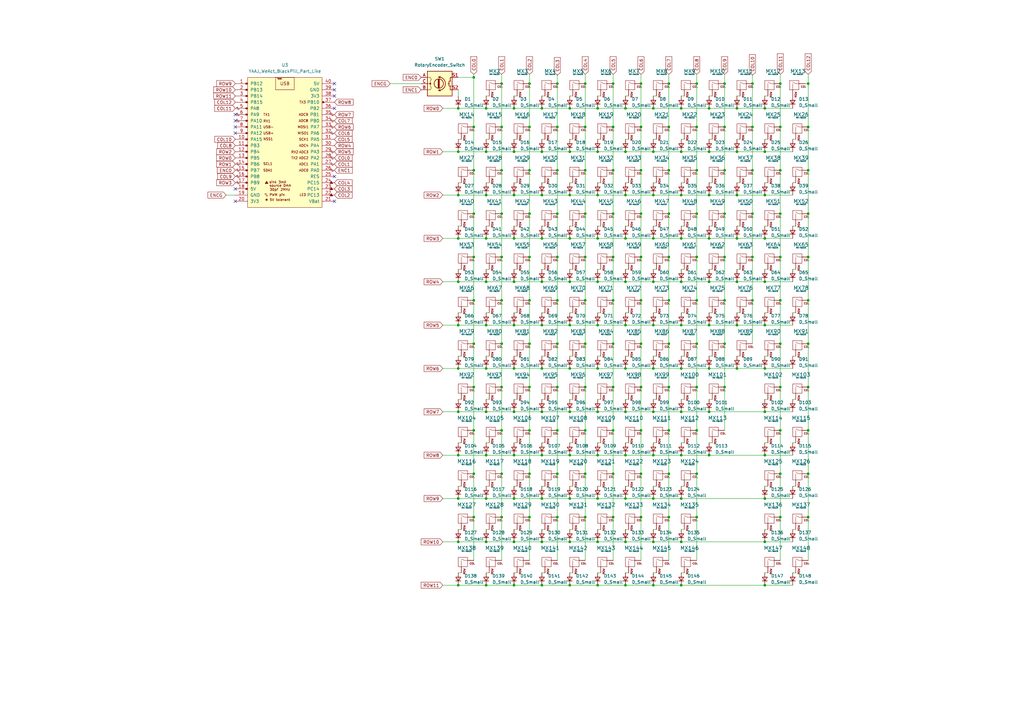
<source format=kicad_sch>
(kicad_sch (version 20211123) (generator eeschema)
  (paper "A3")
  (junction (at 199.39 62.23))
  (junction (at 279.4 186.69))
  (junction (at 245.11 62.23))
  (junction (at 262.89 69.85))
  (junction (at 297.18 34.29))
  (junction (at 320.04 123.19))
  (junction (at 251.46 158.75))
  (junction (at 302.26 44.45))
  (junction (at 251.46 69.85))
  (junction (at 267.97 240.03))
  (junction (at 262.89 34.29))
  (junction (at 233.68 62.23))
  (junction (at 320.04 52.07))
  (junction (at 297.18 158.75))
  (junction (at 205.74 176.53))
  (junction (at 217.17 123.19))
  (junction (at 245.11 97.79))
  (junction (at 240.03 69.85))
  (junction (at 240.03 194.31))
  (junction (at 331.47 212.09))
  (junction (at 199.39 80.01))
  (junction (at 290.83 62.23))
  (junction (at 251.46 140.97))
  (junction (at 205.74 158.75))
  (junction (at 233.68 97.79))
  (junction (at 245.11 80.01))
  (junction (at 194.31 140.97))
  (junction (at 199.39 240.03))
  (junction (at 222.25 115.57))
  (junction (at 262.89 87.63))
  (junction (at 262.89 105.41))
  (junction (at 199.39 115.57))
  (junction (at 285.75 34.29))
  (junction (at 194.31 212.09))
  (junction (at 210.82 186.69))
  (junction (at 331.47 158.75))
  (junction (at 331.47 123.19))
  (junction (at 256.54 204.47))
  (junction (at 251.46 34.29))
  (junction (at 279.4 168.91))
  (junction (at 199.39 44.45))
  (junction (at 267.97 80.01))
  (junction (at 199.39 168.91))
  (junction (at 256.54 168.91))
  (junction (at 222.25 240.03))
  (junction (at 210.82 133.35))
  (junction (at 290.83 151.13))
  (junction (at 285.75 140.97))
  (junction (at 274.32 52.07))
  (junction (at 320.04 140.97))
  (junction (at 331.47 176.53))
  (junction (at 187.96 133.35))
  (junction (at 262.89 176.53))
  (junction (at 267.97 186.69))
  (junction (at 279.4 222.25))
  (junction (at 290.83 44.45))
  (junction (at 187.96 240.03))
  (junction (at 210.82 115.57))
  (junction (at 313.69 204.47))
  (junction (at 256.54 115.57))
  (junction (at 256.54 240.03))
  (junction (at 228.6 52.07))
  (junction (at 267.97 115.57))
  (junction (at 187.96 151.13))
  (junction (at 233.68 44.45))
  (junction (at 279.4 204.47))
  (junction (at 251.46 212.09))
  (junction (at 320.04 69.85))
  (junction (at 290.83 133.35))
  (junction (at 233.68 186.69))
  (junction (at 313.69 80.01))
  (junction (at 302.26 97.79))
  (junction (at 245.11 204.47))
  (junction (at 320.04 194.31))
  (junction (at 187.96 222.25))
  (junction (at 262.89 212.09))
  (junction (at 245.11 186.69))
  (junction (at 210.82 97.79))
  (junction (at 267.97 97.79))
  (junction (at 240.03 52.07))
  (junction (at 285.75 123.19))
  (junction (at 279.4 62.23))
  (junction (at 331.47 87.63))
  (junction (at 199.39 204.47))
  (junction (at 331.47 105.41))
  (junction (at 205.74 194.31))
  (junction (at 228.6 212.09))
  (junction (at 217.17 212.09))
  (junction (at 187.96 44.45))
  (junction (at 285.75 212.09))
  (junction (at 302.26 62.23))
  (junction (at 187.96 62.23))
  (junction (at 199.39 151.13))
  (junction (at 313.69 168.91))
  (junction (at 302.26 133.35))
  (junction (at 240.03 123.19))
  (junction (at 251.46 176.53))
  (junction (at 240.03 176.53))
  (junction (at 233.68 133.35))
  (junction (at 320.04 105.41))
  (junction (at 217.17 158.75))
  (junction (at 313.69 240.03))
  (junction (at 262.89 158.75))
  (junction (at 313.69 44.45))
  (junction (at 205.74 34.29))
  (junction (at 233.68 204.47))
  (junction (at 308.61 123.19))
  (junction (at 251.46 105.41))
  (junction (at 256.54 80.01))
  (junction (at 205.74 212.09))
  (junction (at 194.31 105.41))
  (junction (at 285.75 158.75))
  (junction (at 245.11 151.13))
  (junction (at 320.04 176.53))
  (junction (at 217.17 105.41))
  (junction (at 194.31 87.63))
  (junction (at 222.25 168.91))
  (junction (at 251.46 194.31))
  (junction (at 222.25 62.23))
  (junction (at 245.11 240.03))
  (junction (at 279.4 133.35))
  (junction (at 210.82 44.45))
  (junction (at 233.68 222.25))
  (junction (at 210.82 80.01))
  (junction (at 228.6 176.53))
  (junction (at 274.32 140.97))
  (junction (at 313.69 115.57))
  (junction (at 210.82 168.91))
  (junction (at 313.69 97.79))
  (junction (at 274.32 158.75))
  (junction (at 222.25 204.47))
  (junction (at 233.68 80.01))
  (junction (at 279.4 115.57))
  (junction (at 274.32 123.19))
  (junction (at 245.11 168.91))
  (junction (at 251.46 87.63))
  (junction (at 210.82 222.25))
  (junction (at 267.97 133.35))
  (junction (at 262.89 194.31))
  (junction (at 205.74 140.97))
  (junction (at 194.31 69.85))
  (junction (at 222.25 80.01))
  (junction (at 240.03 158.75))
  (junction (at 194.31 52.07))
  (junction (at 187.96 204.47))
  (junction (at 233.68 151.13))
  (junction (at 187.96 115.57))
  (junction (at 290.83 97.79))
  (junction (at 217.17 34.29))
  (junction (at 194.31 176.53))
  (junction (at 194.31 194.31))
  (junction (at 222.25 151.13))
  (junction (at 274.32 87.63))
  (junction (at 297.18 52.07))
  (junction (at 256.54 97.79))
  (junction (at 245.11 133.35))
  (junction (at 267.97 204.47))
  (junction (at 217.17 87.63))
  (junction (at 240.03 140.97))
  (junction (at 205.74 69.85))
  (junction (at 256.54 222.25))
  (junction (at 267.97 151.13))
  (junction (at 222.25 186.69))
  (junction (at 251.46 52.07))
  (junction (at 320.04 212.09))
  (junction (at 240.03 34.29))
  (junction (at 285.75 69.85))
  (junction (at 245.11 222.25))
  (junction (at 313.69 222.25))
  (junction (at 279.4 80.01))
  (junction (at 210.82 151.13))
  (junction (at 187.96 186.69))
  (junction (at 285.75 105.41))
  (junction (at 262.89 123.19))
  (junction (at 199.39 97.79))
  (junction (at 217.17 52.07))
  (junction (at 210.82 240.03))
  (junction (at 256.54 186.69))
  (junction (at 313.69 133.35))
  (junction (at 290.83 168.91))
  (junction (at 308.61 69.85))
  (junction (at 187.96 97.79))
  (junction (at 205.74 87.63))
  (junction (at 274.32 176.53))
  (junction (at 302.26 115.57))
  (junction (at 222.25 133.35))
  (junction (at 262.89 140.97))
  (junction (at 233.68 168.91))
  (junction (at 313.69 186.69))
  (junction (at 331.47 52.07))
  (junction (at 187.96 168.91))
  (junction (at 285.75 87.63))
  (junction (at 199.39 186.69))
  (junction (at 267.97 44.45))
  (junction (at 240.03 87.63))
  (junction (at 279.4 240.03))
  (junction (at 320.04 87.63))
  (junction (at 285.75 176.53))
  (junction (at 308.61 87.63))
  (junction (at 240.03 105.41))
  (junction (at 279.4 44.45))
  (junction (at 274.32 34.29))
  (junction (at 222.25 44.45))
  (junction (at 210.82 62.23))
  (junction (at 222.25 222.25))
  (junction (at 331.47 140.97))
  (junction (at 228.6 87.63))
  (junction (at 308.61 105.41))
  (junction (at 320.04 34.29))
  (junction (at 256.54 133.35))
  (junction (at 313.69 151.13))
  (junction (at 240.03 212.09))
  (junction (at 228.6 158.75))
  (junction (at 205.74 123.19))
  (junction (at 290.83 80.01))
  (junction (at 285.75 52.07))
  (junction (at 274.32 69.85))
  (junction (at 228.6 123.19))
  (junction (at 320.04 158.75))
  (junction (at 217.17 69.85))
  (junction (at 267.97 62.23))
  (junction (at 290.83 115.57))
  (junction (at 228.6 69.85))
  (junction (at 274.32 212.09))
  (junction (at 205.74 105.41))
  (junction (at 331.47 194.31))
  (junction (at 308.61 34.29))
  (junction (at 331.47 69.85))
  (junction (at 228.6 140.97))
  (junction (at 256.54 44.45))
  (junction (at 256.54 62.23))
  (junction (at 331.47 34.29))
  (junction (at 194.31 31.75))
  (junction (at 313.69 62.23))
  (junction (at 262.89 52.07))
  (junction (at 279.4 151.13))
  (junction (at 302.26 151.13))
  (junction (at 228.6 105.41))
  (junction (at 256.54 151.13))
  (junction (at 194.31 123.19))
  (junction (at 210.82 204.47))
  (junction (at 297.18 140.97))
  (junction (at 302.26 80.01))
  (junction (at 222.25 97.79))
  (junction (at 245.11 44.45))
  (junction (at 251.46 123.19))
  (junction (at 187.96 80.01))
  (junction (at 217.17 176.53))
  (junction (at 233.68 240.03))
  (junction (at 228.6 194.31))
  (junction (at 267.97 168.91))
  (junction (at 233.68 115.57))
  (junction (at 297.18 87.63))
  (junction (at 297.18 123.19))
  (junction (at 217.17 140.97))
  (junction (at 228.6 34.29))
  (junction (at 205.74 52.07))
  (junction (at 245.11 115.57))
  (junction (at 199.39 222.25))
  (junction (at 279.4 97.79))
  (junction (at 217.17 194.31))
  (junction (at 267.97 222.25))
  (junction (at 290.83 186.69))
  (junction (at 194.31 158.75))
  (junction (at 199.39 133.35))
  (junction (at 274.32 194.31))
  (junction (at 285.75 194.31))
  (junction (at 308.61 52.07))
  (junction (at 297.18 105.41))
  (junction (at 274.32 105.41))
  (junction (at 297.18 69.85))
  (no_connect (at 96.52 52.07))
  (no_connect (at 96.52 54.61))
  (no_connect (at 96.52 46.99))
  (no_connect (at 96.52 49.53))
  (no_connect (at 137.16 44.45))
  (no_connect (at 137.16 34.29))
  (no_connect (at 137.16 36.83))
  (no_connect (at 137.16 39.37))
  (no_connect (at 137.16 82.55))
  (no_connect (at 96.52 77.47))
  (no_connect (at 96.52 82.55))
  (no_connect (at 137.16 72.39))
  (wire (pts (xy 217.17 123.19) (xy 217.17 140.97)))
  (wire (pts (xy 210.82 199.39) (xy 212.09 199.39)))
  (wire (pts (xy 240.03 194.31) (xy 240.03 212.09)))
  (wire (pts (xy 279.4 186.69) (xy 290.83 186.69)))
  (wire (pts (xy 308.61 69.85) (xy 308.61 87.63)))
  (wire (pts (xy 308.61 87.63) (xy 308.61 105.41)))
  (wire (pts (xy 181.61 44.45) (xy 187.96 44.45)))
  (wire (pts (xy 290.83 163.83) (xy 292.1 163.83)))
  (wire (pts (xy 240.03 30.48) (xy 240.03 34.29)))
  (wire (pts (xy 240.03 123.19) (xy 240.03 140.97)))
  (wire (pts (xy 256.54 110.49) (xy 257.81 110.49)))
  (wire (pts (xy 290.83 128.27) (xy 292.1 128.27)))
  (wire (pts (xy 302.26 151.13) (xy 313.69 151.13)))
  (wire (pts (xy 274.32 34.29) (xy 274.32 52.07)))
  (wire (pts (xy 245.11 62.23) (xy 256.54 62.23)))
  (wire (pts (xy 233.68 39.37) (xy 234.95 39.37)))
  (wire (pts (xy 279.4 146.05) (xy 280.67 146.05)))
  (wire (pts (xy 233.68 222.25) (xy 245.11 222.25)))
  (wire (pts (xy 222.25 151.13) (xy 233.68 151.13)))
  (wire (pts (xy 210.82 62.23) (xy 222.25 62.23)))
  (wire (pts (xy 267.97 128.27) (xy 269.24 128.27)))
  (wire (pts (xy 245.11 168.91) (xy 256.54 168.91)))
  (wire (pts (xy 267.97 186.69) (xy 279.4 186.69)))
  (wire (pts (xy 302.26 146.05) (xy 303.53 146.05)))
  (wire (pts (xy 320.04 212.09) (xy 320.04 229.87)))
  (wire (pts (xy 274.32 69.85) (xy 274.32 87.63)))
  (wire (pts (xy 267.97 62.23) (xy 279.4 62.23)))
  (wire (pts (xy 274.32 212.09) (xy 274.32 229.87)))
  (wire (pts (xy 313.69 186.69) (xy 325.12 186.69)))
  (wire (pts (xy 245.11 133.35) (xy 256.54 133.35)))
  (wire (pts (xy 199.39 44.45) (xy 210.82 44.45)))
  (wire (pts (xy 210.82 168.91) (xy 222.25 168.91)))
  (wire (pts (xy 181.61 133.35) (xy 187.96 133.35)))
  (wire (pts (xy 187.96 234.95) (xy 189.23 234.95)))
  (wire (pts (xy 199.39 92.71) (xy 200.66 92.71)))
  (wire (pts (xy 267.97 110.49) (xy 269.24 110.49)))
  (wire (pts (xy 279.4 80.01) (xy 290.83 80.01)))
  (wire (pts (xy 233.68 204.47) (xy 245.11 204.47)))
  (wire (pts (xy 251.46 87.63) (xy 251.46 105.41)))
  (wire (pts (xy 256.54 74.93) (xy 257.81 74.93)))
  (wire (pts (xy 262.89 105.41) (xy 262.89 123.19)))
  (wire (pts (xy 302.26 97.79) (xy 313.69 97.79)))
  (wire (pts (xy 251.46 140.97) (xy 251.46 158.75)))
  (wire (pts (xy 199.39 110.49) (xy 200.66 110.49)))
  (wire (pts (xy 210.82 97.79) (xy 222.25 97.79)))
  (wire (pts (xy 194.31 140.97) (xy 194.31 158.75)))
  (wire (pts (xy 290.83 74.93) (xy 292.1 74.93)))
  (wire (pts (xy 228.6 30.48) (xy 228.6 34.29)))
  (wire (pts (xy 187.96 204.47) (xy 199.39 204.47)))
  (wire (pts (xy 187.96 57.15) (xy 189.23 57.15)))
  (wire (pts (xy 256.54 39.37) (xy 257.81 39.37)))
  (wire (pts (xy 262.89 87.63) (xy 262.89 105.41)))
  (wire (pts (xy 160.02 34.29) (xy 172.72 34.29)))
  (wire (pts (xy 262.89 176.53) (xy 262.89 194.31)))
  (wire (pts (xy 325.12 163.83) (xy 326.39 163.83)))
  (wire (pts (xy 233.68 128.27) (xy 234.95 128.27)))
  (wire (pts (xy 331.47 194.31) (xy 331.47 176.53)))
  (wire (pts (xy 181.61 80.01) (xy 187.96 80.01)))
  (wire (pts (xy 302.26 92.71) (xy 303.53 92.71)))
  (wire (pts (xy 222.25 204.47) (xy 233.68 204.47)))
  (wire (pts (xy 187.96 31.75) (xy 194.31 31.75)))
  (wire (pts (xy 256.54 146.05) (xy 257.81 146.05)))
  (wire (pts (xy 199.39 186.69) (xy 210.82 186.69)))
  (wire (pts (xy 187.96 168.91) (xy 199.39 168.91)))
  (wire (pts (xy 262.89 140.97) (xy 262.89 158.75)))
  (wire (pts (xy 199.39 240.03) (xy 210.82 240.03)))
  (wire (pts (xy 302.26 128.27) (xy 303.53 128.27)))
  (wire (pts (xy 331.47 123.19) (xy 331.47 105.41)))
  (wire (pts (xy 210.82 146.05) (xy 212.09 146.05)))
  (wire (pts (xy 187.96 186.69) (xy 199.39 186.69)))
  (wire (pts (xy 245.11 110.49) (xy 246.38 110.49)))
  (wire (pts (xy 325.12 217.17) (xy 326.39 217.17)))
  (wire (pts (xy 199.39 74.93) (xy 200.66 74.93)))
  (wire (pts (xy 251.46 105.41) (xy 251.46 123.19)))
  (wire (pts (xy 210.82 92.71) (xy 212.09 92.71)))
  (wire (pts (xy 308.61 52.07) (xy 308.61 69.85)))
  (wire (pts (xy 199.39 115.57) (xy 210.82 115.57)))
  (wire (pts (xy 313.69 128.27) (xy 314.96 128.27)))
  (wire (pts (xy 210.82 163.83) (xy 212.09 163.83)))
  (wire (pts (xy 210.82 217.17) (xy 212.09 217.17)))
  (wire (pts (xy 194.31 194.31) (xy 194.31 212.09)))
  (wire (pts (xy 233.68 44.45) (xy 245.11 44.45)))
  (wire (pts (xy 313.69 234.95) (xy 314.96 234.95)))
  (wire (pts (xy 233.68 234.95) (xy 234.95 234.95)))
  (wire (pts (xy 279.4 44.45) (xy 290.83 44.45)))
  (wire (pts (xy 187.96 146.05) (xy 189.23 146.05)))
  (wire (pts (xy 222.25 115.57) (xy 233.68 115.57)))
  (wire (pts (xy 267.97 151.13) (xy 279.4 151.13)))
  (wire (pts (xy 274.32 194.31) (xy 274.32 212.09)))
  (wire (pts (xy 228.6 34.29) (xy 228.6 52.07)))
  (wire (pts (xy 233.68 181.61) (xy 234.95 181.61)))
  (wire (pts (xy 187.96 133.35) (xy 199.39 133.35)))
  (wire (pts (xy 308.61 30.48) (xy 308.61 34.29)))
  (wire (pts (xy 217.17 52.07) (xy 217.17 69.85)))
  (wire (pts (xy 210.82 128.27) (xy 212.09 128.27)))
  (wire (pts (xy 285.75 52.07) (xy 285.75 69.85)))
  (wire (pts (xy 331.47 158.75) (xy 331.47 176.53)))
  (wire (pts (xy 199.39 222.25) (xy 210.82 222.25)))
  (wire (pts (xy 217.17 212.09) (xy 217.17 229.87)))
  (wire (pts (xy 199.39 217.17) (xy 200.66 217.17)))
  (wire (pts (xy 320.04 105.41) (xy 320.04 123.19)))
  (wire (pts (xy 233.68 57.15) (xy 234.95 57.15)))
  (wire (pts (xy 290.83 44.45) (xy 302.26 44.45)))
  (wire (pts (xy 199.39 39.37) (xy 200.66 39.37)))
  (wire (pts (xy 240.03 158.75) (xy 240.03 176.53)))
  (wire (pts (xy 194.31 158.75) (xy 194.31 176.53)))
  (wire (pts (xy 233.68 92.71) (xy 234.95 92.71)))
  (wire (pts (xy 228.6 140.97) (xy 228.6 158.75)))
  (wire (pts (xy 199.39 234.95) (xy 200.66 234.95)))
  (wire (pts (xy 205.74 87.63) (xy 205.74 105.41)))
  (wire (pts (xy 233.68 110.49) (xy 234.95 110.49)))
  (wire (pts (xy 267.97 234.95) (xy 269.24 234.95)))
  (wire (pts (xy 297.18 158.75) (xy 297.18 176.53)))
  (wire (pts (xy 285.75 158.75) (xy 285.75 176.53)))
  (wire (pts (xy 279.4 234.95) (xy 280.67 234.95)))
  (wire (pts (xy 290.83 151.13) (xy 302.26 151.13)))
  (wire (pts (xy 181.61 115.57) (xy 187.96 115.57)))
  (wire (pts (xy 302.26 80.01) (xy 313.69 80.01)))
  (wire (pts (xy 194.31 176.53) (xy 194.31 194.31)))
  (wire (pts (xy 245.11 204.47) (xy 256.54 204.47)))
  (wire (pts (xy 187.96 97.79) (xy 199.39 97.79)))
  (wire (pts (xy 308.61 34.29) (xy 308.61 52.07)))
  (wire (pts (xy 262.89 194.31) (xy 262.89 212.09)))
  (wire (pts (xy 194.31 123.19) (xy 194.31 140.97)))
  (wire (pts (xy 313.69 57.15) (xy 314.96 57.15)))
  (wire (pts (xy 210.82 80.01) (xy 222.25 80.01)))
  (wire (pts (xy 222.25 133.35) (xy 233.68 133.35)))
  (wire (pts (xy 313.69 115.57) (xy 325.12 115.57)))
  (wire (pts (xy 217.17 34.29) (xy 217.17 52.07)))
  (wire (pts (xy 285.75 30.48) (xy 285.75 34.29)))
  (wire (pts (xy 187.96 44.45) (xy 199.39 44.45)))
  (wire (pts (xy 245.11 146.05) (xy 246.38 146.05)))
  (wire (pts (xy 233.68 217.17) (xy 234.95 217.17)))
  (wire (pts (xy 245.11 186.69) (xy 256.54 186.69)))
  (wire (pts (xy 251.46 176.53) (xy 251.46 194.31)))
  (wire (pts (xy 256.54 204.47) (xy 267.97 204.47)))
  (wire (pts (xy 302.26 62.23) (xy 313.69 62.23)))
  (wire (pts (xy 302.26 44.45) (xy 313.69 44.45)))
  (wire (pts (xy 290.83 186.69) (xy 313.69 186.69)))
  (wire (pts (xy 245.11 80.01) (xy 256.54 80.01)))
  (wire (pts (xy 262.89 34.29) (xy 262.89 52.07)))
  (wire (pts (xy 187.96 36.83) (xy 187.96 39.37)))
  (wire (pts (xy 256.54 222.25) (xy 267.97 222.25)))
  (wire (pts (xy 222.25 146.05) (xy 223.52 146.05)))
  (wire (pts (xy 240.03 34.29) (xy 240.03 52.07)))
  (wire (pts (xy 251.46 34.29) (xy 251.46 52.07)))
  (wire (pts (xy 285.75 87.63) (xy 285.75 105.41)))
  (wire (pts (xy 187.96 62.23) (xy 199.39 62.23)))
  (wire (pts (xy 217.17 140.97) (xy 217.17 158.75)))
  (wire (pts (xy 331.47 87.63) (xy 331.47 69.85)))
  (wire (pts (xy 233.68 240.03) (xy 245.11 240.03)))
  (wire (pts (xy 279.4 151.13) (xy 290.83 151.13)))
  (wire (pts (xy 233.68 146.05) (xy 234.95 146.05)))
  (wire (pts (xy 285.75 69.85) (xy 285.75 87.63)))
  (wire (pts (xy 331.47 34.29) (xy 331.47 52.07)))
  (wire (pts (xy 279.4 163.83) (xy 280.67 163.83)))
  (wire (pts (xy 267.97 92.71) (xy 269.24 92.71)))
  (wire (pts (xy 222.25 181.61) (xy 223.52 181.61)))
  (wire (pts (xy 313.69 133.35) (xy 325.12 133.35)))
  (wire (pts (xy 217.17 30.48) (xy 217.17 34.29)))
  (wire (pts (xy 267.97 222.25) (xy 279.4 222.25)))
  (wire (pts (xy 256.54 44.45) (xy 267.97 44.45)))
  (wire (pts (xy 279.4 199.39) (xy 280.67 199.39)))
  (wire (pts (xy 187.96 110.49) (xy 189.23 110.49)))
  (wire (pts (xy 297.18 30.48) (xy 297.18 34.29)))
  (wire (pts (xy 187.96 217.17) (xy 189.23 217.17)))
  (wire (pts (xy 199.39 181.61) (xy 200.66 181.61)))
  (wire (pts (xy 199.39 62.23) (xy 210.82 62.23)))
  (wire (pts (xy 210.82 181.61) (xy 212.09 181.61)))
  (wire (pts (xy 279.4 92.71) (xy 280.67 92.71)))
  (wire (pts (xy 313.69 199.39) (xy 314.96 199.39)))
  (wire (pts (xy 285.75 176.53) (xy 285.75 194.31)))
  (wire (pts (xy 228.6 69.85) (xy 228.6 87.63)))
  (wire (pts (xy 320.04 87.63) (xy 320.04 105.41)))
  (wire (pts (xy 233.68 186.69) (xy 245.11 186.69)))
  (wire (pts (xy 199.39 146.05) (xy 200.66 146.05)))
  (wire (pts (xy 325.12 110.49) (xy 326.39 110.49)))
  (wire (pts (xy 233.68 199.39) (xy 234.95 199.39)))
  (wire (pts (xy 308.61 123.19) (xy 308.61 140.97)))
  (wire (pts (xy 330.2 34.29) (xy 331.47 34.29)))
  (wire (pts (xy 267.97 97.79) (xy 279.4 97.79)))
  (wire (pts (xy 245.11 181.61) (xy 246.38 181.61)))
  (wire (pts (xy 228.6 212.09) (xy 228.6 229.87)))
  (wire (pts (xy 228.6 87.63) (xy 228.6 105.41)))
  (wire (pts (xy 302.26 39.37) (xy 303.53 39.37)))
  (wire (pts (xy 279.4 217.17) (xy 280.67 217.17)))
  (wire (pts (xy 331.47 194.31) (xy 331.47 212.09)))
  (wire (pts (xy 181.61 168.91) (xy 187.96 168.91)))
  (wire (pts (xy 251.46 194.31) (xy 251.46 212.09)))
  (wire (pts (xy 245.11 240.03) (xy 256.54 240.03)))
  (wire (pts (xy 228.6 194.31) (xy 228.6 212.09)))
  (wire (pts (xy 285.75 34.29) (xy 285.75 52.07)))
  (wire (pts (xy 245.11 115.57) (xy 256.54 115.57)))
  (wire (pts (xy 222.25 128.27) (xy 223.52 128.27)))
  (wire (pts (xy 267.97 133.35) (xy 279.4 133.35)))
  (wire (pts (xy 308.61 105.41) (xy 308.61 123.19)))
  (wire (pts (xy 274.32 105.41) (xy 274.32 123.19)))
  (wire (pts (xy 320.04 123.19) (xy 320.04 140.97)))
  (wire (pts (xy 194.31 87.63) (xy 194.31 105.41)))
  (wire (pts (xy 233.68 80.01) (xy 245.11 80.01)))
  (wire (pts (xy 279.4 168.91) (xy 290.83 168.91)))
  (wire (pts (xy 181.61 97.79) (xy 187.96 97.79)))
  (wire (pts (xy 187.96 222.25) (xy 199.39 222.25)))
  (wire (pts (xy 222.25 57.15) (xy 223.52 57.15)))
  (wire (pts (xy 320.04 158.75) (xy 320.04 176.53)))
  (wire (pts (xy 199.39 133.35) (xy 210.82 133.35)))
  (wire (pts (xy 279.4 128.27) (xy 280.67 128.27)))
  (wire (pts (xy 187.96 92.71) (xy 189.23 92.71)))
  (wire (pts (xy 267.97 39.37) (xy 269.24 39.37)))
  (wire (pts (xy 313.69 204.47) (xy 325.12 204.47)))
  (wire (pts (xy 222.25 186.69) (xy 233.68 186.69)))
  (wire (pts (xy 256.54 133.35) (xy 267.97 133.35)))
  (wire (pts (xy 210.82 234.95) (xy 212.09 234.95)))
  (wire (pts (xy 256.54 240.03) (xy 267.97 240.03)))
  (wire (pts (xy 290.83 39.37) (xy 292.1 39.37)))
  (wire (pts (xy 267.97 74.93) (xy 269.24 74.93)))
  (wire (pts (xy 325.12 234.95) (xy 326.39 234.95)))
  (wire (pts (xy 325.12 199.39) (xy 326.39 199.39)))
  (wire (pts (xy 233.68 115.57) (xy 245.11 115.57)))
  (wire (pts (xy 210.82 186.69) (xy 222.25 186.69)))
  (wire (pts (xy 233.68 97.79) (xy 245.11 97.79)))
  (wire (pts (xy 274.32 30.48) (xy 274.32 34.29)))
  (wire (pts (xy 240.03 52.07) (xy 240.03 69.85)))
  (wire (pts (xy 240.03 140.97) (xy 240.03 158.75)))
  (wire (pts (xy 279.4 181.61) (xy 280.67 181.61)))
  (wire (pts (xy 194.31 105.41) (xy 194.31 123.19)))
  (wire (pts (xy 256.54 168.91) (xy 267.97 168.91)))
  (wire (pts (xy 320.04 176.53) (xy 320.04 194.31)))
  (wire (pts (xy 290.83 92.71) (xy 292.1 92.71)))
  (wire (pts (xy 194.31 30.48) (xy 194.31 31.75)))
  (wire (pts (xy 187.96 163.83) (xy 189.23 163.83)))
  (wire (pts (xy 279.4 97.79) (xy 290.83 97.79)))
  (wire (pts (xy 313.69 97.79) (xy 325.12 97.79)))
  (wire (pts (xy 256.54 128.27) (xy 257.81 128.27)))
  (wire (pts (xy 205.74 194.31) (xy 205.74 212.09)))
  (wire (pts (xy 297.18 140.97) (xy 297.18 158.75)))
  (wire (pts (xy 233.68 62.23) (xy 245.11 62.23)))
  (wire (pts (xy 181.61 204.47) (xy 187.96 204.47)))
  (wire (pts (xy 233.68 151.13) (xy 245.11 151.13)))
  (wire (pts (xy 262.89 30.48) (xy 262.89 34.29)))
  (wire (pts (xy 222.25 62.23) (xy 233.68 62.23)))
  (wire (pts (xy 205.74 30.48) (xy 205.74 34.29)))
  (wire (pts (xy 256.54 163.83) (xy 257.81 163.83)))
  (wire (pts (xy 267.97 240.03) (xy 279.4 240.03)))
  (wire (pts (xy 217.17 194.31) (xy 217.17 212.09)))
  (wire (pts (xy 331.47 52.07) (xy 331.47 69.85)))
  (wire (pts (xy 187.96 199.39) (xy 189.23 199.39)))
  (wire (pts (xy 217.17 158.75) (xy 217.17 176.53)))
  (wire (pts (xy 228.6 123.19) (xy 228.6 140.97)))
  (wire (pts (xy 267.97 199.39) (xy 269.24 199.39)))
  (wire (pts (xy 331.47 158.75) (xy 331.47 140.97)))
  (wire (pts (xy 222.25 234.95) (xy 223.52 234.95)))
  (wire (pts (xy 313.69 74.93) (xy 314.96 74.93)))
  (wire (pts (xy 290.83 181.61) (xy 292.1 181.61)))
  (wire (pts (xy 222.25 163.83) (xy 223.52 163.83)))
  (wire (pts (xy 222.25 97.79) (xy 233.68 97.79)))
  (wire (pts (xy 210.82 39.37) (xy 212.09 39.37)))
  (wire (pts (xy 313.69 146.05) (xy 314.96 146.05)))
  (wire (pts (xy 313.69 240.03) (xy 325.12 240.03)))
  (wire (pts (xy 320.04 34.29) (xy 320.04 52.07)))
  (wire (pts (xy 245.11 151.13) (xy 256.54 151.13)))
  (wire (pts (xy 199.39 151.13) (xy 210.82 151.13)))
  (wire (pts (xy 205.74 158.75) (xy 205.74 176.53)))
  (wire (pts (xy 256.54 199.39) (xy 257.81 199.39)))
  (wire (pts (xy 199.39 168.91) (xy 210.82 168.91)))
  (wire (pts (xy 274.32 140.97) (xy 274.32 158.75)))
  (wire (pts (xy 205.74 52.07) (xy 205.74 69.85)))
  (wire (pts (xy 279.4 115.57) (xy 290.83 115.57)))
  (wire (pts (xy 228.6 176.53) (xy 228.6 194.31)))
  (wire (pts (xy 302.26 133.35) (xy 313.69 133.35)))
  (wire (pts (xy 274.32 176.53) (xy 274.32 194.31)))
  (wire (pts (xy 245.11 222.25) (xy 256.54 222.25)))
  (wire (pts (xy 302.26 110.49) (xy 303.53 110.49)))
  (wire (pts (xy 290.83 110.49) (xy 292.1 110.49)))
  (wire (pts (xy 313.69 80.01) (xy 325.12 80.01)))
  (wire (pts (xy 245.11 44.45) (xy 256.54 44.45)))
  (wire (pts (xy 187.96 128.27) (xy 189.23 128.27)))
  (wire (pts (xy 240.03 69.85) (xy 240.03 87.63)))
  (wire (pts (xy 313.69 163.83) (xy 314.96 163.83)))
  (wire (pts (xy 302.26 57.15) (xy 303.53 57.15)))
  (wire (pts (xy 222.25 168.91) (xy 233.68 168.91)))
  (wire (pts (xy 285.75 194.31) (xy 285.75 212.09)))
  (wire (pts (xy 222.25 92.71) (xy 223.52 92.71)))
  (wire (pts (xy 245.11 39.37) (xy 246.38 39.37)))
  (wire (pts (xy 187.96 151.13) (xy 199.39 151.13)))
  (wire (pts (xy 320.04 194.31) (xy 320.04 212.09)))
  (wire (pts (xy 245.11 97.79) (xy 256.54 97.79)))
  (wire (pts (xy 313.69 92.71) (xy 314.96 92.71)))
  (wire (pts (xy 279.4 39.37) (xy 280.67 39.37)))
  (wire (pts (xy 267.97 168.91) (xy 279.4 168.91)))
  (wire (pts (xy 187.96 181.61) (xy 189.23 181.61)))
  (wire (pts (xy 194.31 31.75) (xy 194.31 52.07)))
  (wire (pts (xy 181.61 186.69) (xy 187.96 186.69)))
  (wire (pts (xy 313.69 168.91) (xy 325.12 168.91)))
  (wire (pts (xy 222.25 110.49) (xy 223.52 110.49)))
  (wire (pts (xy 256.54 181.61) (xy 257.81 181.61)))
  (wire (pts (xy 199.39 199.39) (xy 200.66 199.39)))
  (wire (pts (xy 274.32 87.63) (xy 274.32 105.41)))
  (wire (pts (xy 205.74 212.09) (xy 205.74 229.87)))
  (wire (pts (xy 313.69 62.23) (xy 325.12 62.23)))
  (wire (pts (xy 251.46 52.07) (xy 251.46 69.85)))
  (wire (pts (xy 233.68 133.35) (xy 245.11 133.35)))
  (wire (pts (xy 285.75 140.97) (xy 285.75 158.75)))
  (wire (pts (xy 245.11 128.27) (xy 246.38 128.27)))
  (wire (pts (xy 217.17 69.85) (xy 217.17 87.63)))
  (wire (pts (xy 181.61 222.25) (xy 187.96 222.25)))
  (wire (pts (xy 187.96 115.57) (xy 199.39 115.57)))
  (wire (pts (xy 313.69 217.17) (xy 314.96 217.17)))
  (wire (pts (xy 313.69 151.13) (xy 325.12 151.13)))
  (wire (pts (xy 262.89 52.07) (xy 262.89 69.85)))
  (wire (pts (xy 256.54 57.15) (xy 257.81 57.15)))
  (wire (pts (xy 313.69 44.45) (xy 325.12 44.45)))
  (wire (pts (xy 331.47 212.09) (xy 331.47 229.87)))
  (wire (pts (xy 222.25 217.17) (xy 223.52 217.17)))
  (wire (pts (xy 222.25 44.45) (xy 233.68 44.45)))
  (wire (pts (xy 267.97 181.61) (xy 269.24 181.61)))
  (wire (pts (xy 194.31 69.85) (xy 194.31 87.63)))
  (wire (pts (xy 187.96 74.93) (xy 189.23 74.93)))
  (wire (pts (xy 210.82 222.25) (xy 222.25 222.25)))
  (wire (pts (xy 210.82 57.15) (xy 212.09 57.15)))
  (wire (pts (xy 92.71 80.01) (xy 96.52 80.01)))
  (wire (pts (xy 262.89 158.75) (xy 262.89 176.53)))
  (wire (pts (xy 245.11 92.71) (xy 246.38 92.71)))
  (wire (pts (xy 331.47 87.63) (xy 331.47 105.41)))
  (wire (pts (xy 210.82 44.45) (xy 222.25 44.45)))
  (wire (pts (xy 181.61 151.13) (xy 187.96 151.13)))
  (wire (pts (xy 279.4 57.15) (xy 280.67 57.15)))
  (wire (pts (xy 233.68 163.83) (xy 234.95 163.83)))
  (wire (pts (xy 199.39 57.15) (xy 200.66 57.15)))
  (wire (pts (xy 279.4 240.03) (xy 313.69 240.03)))
  (wire (pts (xy 256.54 151.13) (xy 267.97 151.13)))
  (wire (pts (xy 199.39 204.47) (xy 210.82 204.47)))
  (wire (pts (xy 222.25 39.37) (xy 223.52 39.37)))
  (wire (pts (xy 290.83 62.23) (xy 302.26 62.23)))
  (wire (pts (xy 331.47 30.48) (xy 331.47 34.29)))
  (wire (pts (xy 205.74 176.53) (xy 205.74 194.31)))
  (wire (pts (xy 290.83 168.91) (xy 313.69 168.91)))
  (wire (pts (xy 274.32 158.75) (xy 274.32 176.53)))
  (wire (pts (xy 256.54 217.17) (xy 257.81 217.17)))
  (wire (pts (xy 181.61 62.23) (xy 187.96 62.23)))
  (wire (pts (xy 245.11 217.17) (xy 246.38 217.17)))
  (wire (pts (xy 222.25 80.01) (xy 233.68 80.01)))
  (wire (pts (xy 256.54 234.95) (xy 257.81 234.95)))
  (wire (pts (xy 217.17 176.53) (xy 217.17 194.31)))
  (wire (pts (xy 228.6 52.07) (xy 228.6 69.85)))
  (wire (pts (xy 279.4 133.35) (xy 290.83 133.35)))
  (wire (pts (xy 313.69 110.49) (xy 314.96 110.49)))
  (wire (pts (xy 194.31 212.09) (xy 194.31 229.87)))
  (wire (pts (xy 279.4 62.23) (xy 290.83 62.23)))
  (wire (pts (xy 290.83 97.79) (xy 302.26 97.79)))
  (wire (pts (xy 302.26 74.93) (xy 303.53 74.93)))
  (wire (pts (xy 285.75 105.41) (xy 285.75 123.19)))
  (wire (pts (xy 251.46 212.09) (xy 251.46 229.87)))
  (wire (pts (xy 240.03 176.53) (xy 240.03 194.31)))
  (wire (pts (xy 233.68 74.93) (xy 234.95 74.93)))
  (wire (pts (xy 205.74 69.85) (xy 205.74 87.63)))
  (wire (pts (xy 267.97 146.05) (xy 269.24 146.05)))
  (wire (pts (xy 267.97 217.17) (xy 269.24 217.17)))
  (wire (pts (xy 233.68 168.91) (xy 245.11 168.91)))
  (wire (pts (xy 199.39 163.83) (xy 200.66 163.83)))
  (wire (pts (xy 297.18 87.63) (xy 297.18 105.41)))
  (wire (pts (xy 256.54 62.23) (xy 267.97 62.23)))
  (wire (pts (xy 251.46 30.48) (xy 251.46 34.29)))
  (wire (pts (xy 325.12 146.05) (xy 326.39 146.05)))
  (wire (pts (xy 222.25 74.93) (xy 223.52 74.93)))
  (wire (pts (xy 313.69 222.25) (xy 325.12 222.25)))
  (wire (pts (xy 222.25 222.25) (xy 233.68 222.25)))
  (wire (pts (xy 274.32 52.07) (xy 274.32 69.85)))
  (wire (pts (xy 210.82 115.57) (xy 222.25 115.57)))
  (wire (pts (xy 313.69 39.37) (xy 314.96 39.37)))
  (wire (pts (xy 325.12 74.93) (xy 326.39 74.93)))
  (wire (pts (xy 205.74 105.41) (xy 205.74 123.19)))
  (wire (pts (xy 262.89 212.09) (xy 262.89 229.87)))
  (wire (pts (xy 210.82 133.35) (xy 222.25 133.35)))
  (wire (pts (xy 290.83 57.15) (xy 292.1 57.15)))
  (wire (pts (xy 313.69 181.61) (xy 314.96 181.61)))
  (wire (pts (xy 256.54 186.69) (xy 267.97 186.69)))
  (wire (pts (xy 210.82 204.47) (xy 222.25 204.47)))
  (wire (pts (xy 267.97 57.15) (xy 269.24 57.15)))
  (wire (pts (xy 222.25 199.39) (xy 223.52 199.39)))
  (wire (pts (xy 210.82 110.49) (xy 212.09 110.49)))
  (wire (pts (xy 320.04 69.85) (xy 320.04 87.63)))
  (wire (pts (xy 181.61 240.03) (xy 187.96 240.03)))
  (wire (pts (xy 267.97 115.57) (xy 279.4 115.57)))
  (wire (pts (xy 302.26 115.57) (xy 313.69 115.57)))
  (wire (pts (xy 262.89 69.85) (xy 262.89 87.63)))
  (wire (pts (xy 251.46 158.75) (xy 251.46 176.53)))
  (wire (pts (xy 297.18 34.29) (xy 297.18 52.07)))
  (wire (pts (xy 256.54 80.01) (xy 267.97 80.01)))
  (wire (pts (xy 187.96 80.01) (xy 199.39 80.01)))
  (wire (pts (xy 228.6 158.75) (xy 228.6 176.53)))
  (wire (pts (xy 251.46 123.19) (xy 251.46 140.97)))
  (wire (pts (xy 210.82 151.13) (xy 222.25 151.13)))
  (wire (pts (xy 240.03 105.41) (xy 240.03 123.19)))
  (wire (pts (xy 245.11 57.15) (xy 246.38 57.15)))
  (wire (pts (xy 187.96 240.03) (xy 199.39 240.03)))
  (wire (pts (xy 267.97 163.83) (xy 269.24 163.83)))
  (wire (pts (xy 240.03 87.63) (xy 240.03 105.41)))
  (wire (pts (xy 240.03 212.09) (xy 240.03 229.87)))
  (wire (pts (xy 222.25 240.03) (xy 233.68 240.03)))
  (wire (pts (xy 279.4 110.49) (xy 280.67 110.49)))
  (wire (pts (xy 290.83 133.35) (xy 302.26 133.35)))
  (wire (pts (xy 297.18 52.07) (xy 297.18 69.85)))
  (wire (pts (xy 290.83 146.05) (xy 292.1 146.05)))
  (wire (pts (xy 199.39 97.79) (xy 210.82 97.79)))
  (wire (pts (xy 267.97 80.01) (xy 279.4 80.01)))
  (wire (pts (xy 279.4 204.47) (xy 313.69 204.47)))
  (wire (pts (xy 199.39 80.01) (xy 210.82 80.01)))
  (wire (pts (xy 285.75 123.19) (xy 285.75 140.97)))
  (wire (pts (xy 325.12 128.27) (xy 326.39 128.27)))
  (wire (pts (xy 256.54 97.79) (xy 267.97 97.79)))
  (wire (pts (xy 245.11 199.39) (xy 246.38 199.39)))
  (wire (pts (xy 251.46 69.85) (xy 251.46 87.63)))
  (wire (pts (xy 325.12 57.15) (xy 326.39 57.15)))
  (wire (pts (xy 325.12 181.61) (xy 326.39 181.61)))
  (wire (pts (xy 279.4 74.93) (xy 280.67 74.93)))
  (wire (pts (xy 217.17 87.63) (xy 217.17 105.41)))
  (wire (pts (xy 320.04 140.97) (xy 320.04 158.75)))
  (wire (pts (xy 205.74 140.97) (xy 205.74 158.75)))
  (wire (pts (xy 325.12 92.71) (xy 326.39 92.71)))
  (wire (pts (xy 297.18 69.85) (xy 297.18 87.63)))
  (wire (pts (xy 320.04 30.48) (xy 320.04 34.29)))
  (wire (pts (xy 217.17 105.41) (xy 217.17 123.19)))
  (wire (pts (xy 297.18 105.41) (xy 297.18 123.19)))
  (wire (pts (xy 256.54 92.71) (xy 257.81 92.71)))
  (wire (pts (xy 256.54 115.57) (xy 267.97 115.57)))
  (wire (pts (xy 245.11 163.83) (xy 246.38 163.83)))
  (wire (pts (xy 210.82 240.03) (xy 222.25 240.03)))
  (wire (pts (xy 228.6 105.41) (xy 228.6 123.19)))
  (wire (pts (xy 320.04 52.07) (xy 320.04 69.85)))
  (wire (pts (xy 279.4 222.25) (xy 313.69 222.25)))
  (wire (pts (xy 297.18 123.19) (xy 297.18 140.97)))
  (wire (pts (xy 245.11 234.95) (xy 246.38 234.95)))
  (wire (pts (xy 331.47 123.19) (xy 331.47 140.97)))
  (wire (pts (xy 205.74 123.19) (xy 205.74 140.97)))
  (wire (pts (xy 274.32 123.19) (xy 274.32 140.97)))
  (wire (pts (xy 290.83 80.01) (xy 302.26 80.01)))
  (wire (pts (xy 210.82 74.93) (xy 212.09 74.93)))
  (wire (pts (xy 267.97 44.45) (xy 279.4 44.45)))
  (wire (pts (xy 267.97 204.47) (xy 279.4 204.47)))
  (wire (pts (xy 245.11 74.93) (xy 246.38 74.93)))
  (wire (pts (xy 262.89 123.19) (xy 262.89 140.97)))
  (wire (pts (xy 194.31 52.07) (xy 194.31 69.85)))
  (wire (pts (xy 205.74 34.29) (xy 205.74 52.07)))
  (wire (pts (xy 290.83 115.57) (xy 302.26 115.57)))
  (wire (pts (xy 199.39 128.27) (xy 200.66 128.27)))
  (wire (pts (xy 285.75 212.09) (xy 285.75 229.87)))
  (global_label "ROW9" (shape input) (at 181.61 204.47 180) (property "Intersheet References" "${INTERSHEET_REFS}" (effects hide)))
  (global_label "ROW8" (shape input) (at 181.61 186.69 180) (property "Intersheet References" "${INTERSHEET_REFS}" (effects hide)))
  (global_label "ROW9" (shape input) (at 96.52 34.29 180) (property "Intersheet References" "${INTERSHEET_REFS}" (effects hide)))
  (global_label "COL2" (shape input) (at 217.17 30.48 90) (property "Intersheet References" "${INTERSHEET_REFS}" (effects hide)))
  (global_label "COL0" (shape input) (at 194.31 30.48 90) (property "Intersheet References" "${INTERSHEET_REFS}" (effects hide)))
  (global_label "ENC0" (shape input) (at 172.72 31.75 180) (property "Intersheet References" "${INTERSHEET_REFS}" (effects hide)))
  (global_label "ROW5" (shape input) (at 181.61 133.35 180) (property "Intersheet References" "${INTERSHEET_REFS}" (effects hide)))
  (global_label "ENC1" (shape input) (at 137.16 69.85 0) (property "Intersheet References" "${INTERSHEET_REFS}" (effects hide)))
  (global_label "COL1" (shape input) (at 137.16 67.31 0) (property "Intersheet References" "${INTERSHEET_REFS}" (effects hide)))
  (global_label "COL8" (shape input) (at 96.52 59.69 180) (property "Intersheet References" "${INTERSHEET_REFS}" (effects hide)))
  (global_label "COL6" (shape input) (at 137.16 54.61 0) (property "Intersheet References" "${INTERSHEET_REFS}" (effects hide)))
  (global_label "COL4" (shape input) (at 240.03 30.48 90) (property "Intersheet References" "${INTERSHEET_REFS}" (effects hide)))
  (global_label "COL11" (shape input) (at 320.04 30.48 90) (property "Intersheet References" "${INTERSHEET_REFS}" (effects hide)))
  (global_label "COL5" (shape input) (at 137.16 57.15 0) (property "Intersheet References" "${INTERSHEET_REFS}" (effects hide)))
  (global_label "ROW3" (shape input) (at 96.52 74.93 180) (property "Intersheet References" "${INTERSHEET_REFS}" (effects hide)))
  (global_label "ROW8" (shape input) (at 137.16 41.91 0) (property "Intersheet References" "${INTERSHEET_REFS}" (effects hide)))
  (global_label "COL10" (shape input) (at 308.61 30.845 90) (property "Intersheet References" "${INTERSHEET_REFS}" (effects hide)))
  (global_label "ROW11" (shape input) (at 96.52 39.37 180) (property "Intersheet References" "${INTERSHEET_REFS}" (effects hide)))
  (global_label "ENC1" (shape input) (at 172.72 36.83 180) (property "Intersheet References" "${INTERSHEET_REFS}" (effects hide)))
  (global_label "COL9" (shape input) (at 96.52 72.39 180) (property "Intersheet References" "${INTERSHEET_REFS}" (effects hide)))
  (global_label "COL3" (shape input) (at 137.16 77.47 0) (property "Intersheet References" "${INTERSHEET_REFS}" (effects hide)))
  (global_label "ROW6" (shape input) (at 137.16 52.07 0) (property "Intersheet References" "${INTERSHEET_REFS}" (effects hide)))
  (global_label "COL1" (shape input) (at 205.74 30.48 90) (property "Intersheet References" "${INTERSHEET_REFS}" (effects hide)))
  (global_label "COL7" (shape input) (at 137.16 49.53 0) (property "Intersheet References" "${INTERSHEET_REFS}" (effects hide)))
  (global_label "COL9" (shape input) (at 297.18 30.48 90) (property "Intersheet References" "${INTERSHEET_REFS}" (effects hide)))
  (global_label "ENCG" (shape input) (at 160.02 34.29 180) (property "Intersheet References" "${INTERSHEET_REFS}" (effects hide)))
  (global_label "COL4" (shape input) (at 137.16 74.93 0) (property "Intersheet References" "${INTERSHEET_REFS}" (effects hide)))
  (global_label "COL2" (shape input) (at 137.16 80.01 0) (property "Intersheet References" "${INTERSHEET_REFS}" (effects hide)))
  (global_label "ROW1" (shape input) (at 181.61 62.23 180) (property "Intersheet References" "${INTERSHEET_REFS}" (effects hide)))
  (global_label "ROW2" (shape input) (at 96.52 62.23 180) (property "Intersheet References" "${INTERSHEET_REFS}" (effects hide)))
  (global_label "ROW10" (shape input) (at 96.52 36.83 180) (property "Intersheet References" "${INTERSHEET_REFS}" (effects hide)))
  (global_label "ROW11" (shape input) (at 181.61 240.03 180) (property "Intersheet References" "${INTERSHEET_REFS}" (effects hide)))
  (global_label "ROW1" (shape input) (at 96.52 67.31 180) (property "Intersheet References" "${INTERSHEET_REFS}" (effects hide)))
  (global_label "ROW0" (shape input) (at 96.52 64.77 180) (property "Intersheet References" "${INTERSHEET_REFS}" (effects hide)))
  (global_label "ROW4" (shape input) (at 181.61 115.57 180) (property "Intersheet References" "${INTERSHEET_REFS}" (effects hide)))
  (global_label "COL6" (shape input) (at 262.89 30.48 90) (property "Intersheet References" "${INTERSHEET_REFS}" (effects hide)))
  (global_label "ROW6" (shape input) (at 181.61 151.13 180) (property "Intersheet References" "${INTERSHEET_REFS}" (effects hide)))
  (global_label "COL7" (shape input) (at 274.32 30.48 90) (property "Intersheet References" "${INTERSHEET_REFS}" (effects hide)))
  (global_label "ENCG" (shape input) (at 92.71 80.01 180) (property "Intersheet References" "${INTERSHEET_REFS}" (effects hide)))
  (global_label "ROW7" (shape input) (at 181.61 168.91 180) (property "Intersheet References" "${INTERSHEET_REFS}" (effects hide)))
  (global_label "COL8" (shape input) (at 285.75 30.48 90) (property "Intersheet References" "${INTERSHEET_REFS}" (effects hide)))
  (global_label "ROW4" (shape input) (at 137.16 59.69 0) (property "Intersheet References" "${INTERSHEET_REFS}" (effects hide)))
  (global_label "COL12" (shape input) (at 331.47 30.48 90) (property "Intersheet References" "${INTERSHEET_REFS}" (effects hide)))
  (global_label "ENC0" (shape input) (at 96.52 69.85 180) (property "Intersheet References" "${INTERSHEET_REFS}" (effects hide)))
  (global_label "COL11" (shape input) (at 96.52 44.45 180) (property "Intersheet References" "${INTERSHEET_REFS}" (effects hide)))
  (global_label "COL0" (shape input) (at 137.16 64.77 0) (property "Intersheet References" "${INTERSHEET_REFS}" (effects hide)))
  (global_label "ROW3" (shape input) (at 181.61 97.79 180) (property "Intersheet References" "${INTERSHEET_REFS}" (effects hide)))
  (global_label "COL12" (shape input) (at 96.52 41.91 180) (property "Intersheet References" "${INTERSHEET_REFS}" (effects hide)))
  (global_label "ROW5" (shape input) (at 137.16 62.23 0) (property "Intersheet References" "${INTERSHEET_REFS}" (effects hide)))
  (global_label "ROW10" (shape input) (at 181.61 222.25 180) (property "Intersheet References" "${INTERSHEET_REFS}" (effects hide)))
  (global_label "COL5" (shape input) (at 251.46 30.48 90) (property "Intersheet References" "${INTERSHEET_REFS}" (effects hide)))
  (global_label "COL10" (shape input) (at 96.52 57.15 180) (property "Intersheet References" "${INTERSHEET_REFS}" (effects hide)))
  (global_label "ROW2" (shape input) (at 181.61 80.01 180) (property "Intersheet References" "${INTERSHEET_REFS}" (effects hide)))
  (global_label "COL3" (shape input) (at 228.6 30.845 90) (property "Intersheet References" "${INTERSHEET_REFS}" (effects hide)))
  (global_label "ROW7" (shape input) (at 137.16 46.99 0) (property "Intersheet References" "${INTERSHEET_REFS}" (effects hide)))
  (global_label "ROW0" (shape input) (at 181.61 44.45 180) (property "Intersheet References" "${INTERSHEET_REFS}" (effects hide)))
  (symbol (lib_id "Device:D_Small") (at 233.68 184.15 90) (unit 1)
    (property "Reference" "D108" (at 236.22 182.8799 90) (effects (justify right)))
    (property "Value" "D_Small" (at 236.22 185.4199 90) (effects (justify right)))
    (property "Footprint" "Diode_THT:D_DO-35_SOD27_P7.62mm_Horizontal" (effects hide))
  )
  (symbol (lib_id "Device:D_Small") (at 187.96 59.69 90) (unit 1)
    (property "Reference" "D14" (at 190.5 58.4199 90) (effects (justify right)))
    (property "Value" "D_Small" (at 190.5 60.9599 90) (effects (justify right)))
    (property "Footprint" "Diode_THT:D_DO-35_SOD27_P7.62mm_Horizontal" (effects hide))
  )
  (symbol (lib_id "MX_Alps_Hybrid:MX-NoLED") (at 327.66 195.58 0) (unit 1)
    (property "Reference" "MX126" (at 328.5456 189.23 0) (effects (font (size 1.524 1.524))))
    (property "Value" "MX-NoLED" (at 328.5456 190.5 0) (effects (font (size 0.508 0.508))))
    (property "Footprint" "daprice-keyswitches:Kailh_socket_MX" (effects hide))
  )
  (symbol (lib_id "Device:D_Small") (at 325.12 95.25 90) (unit 1)
    (property "Reference" "D52" (at 327.66 93.9799 90) (effects (justify right)))
    (property "Value" "D_Small" (at 327.66 96.5199 90) (effects (justify right)))
    (property "Footprint" "Diode_THT:D_DO-35_SOD27_P7.62mm_Horizontal" (effects hide))
  )
  (symbol (lib_id "Device:D_Small") (at 245.11 59.69 90) (unit 1)
    (property "Reference" "D19" (at 247.65 58.4199 90) (effects (justify right)))
    (property "Value" "D_Small" (at 247.65 60.9599 90) (effects (justify right)))
    (property "Footprint" "Diode_THT:D_DO-35_SOD27_P7.62mm_Horizontal" (effects hide))
  )
  (symbol (lib_id "MX_Alps_Hybrid:MX-NoLED") (at 293.37 160.02 0) (unit 1)
    (property "Reference" "MX101" (at 294.2556 153.67 0) (effects (font (size 1.524 1.524))))
    (property "Value" "MX-NoLED" (at 294.2556 154.94 0) (effects (font (size 0.508 0.508))))
    (property "Footprint" "daprice-keyswitches:Kailh_socket_MX" (effects hide))
  )
  (symbol (lib_id "Device:D_Small") (at 313.69 237.49 90) (unit 1)
    (property "Reference" "D147" (at 316.23 236.2199 90) (effects (justify right)))
    (property "Value" "D_Small" (at 316.23 238.7599 90) (effects (justify right)))
    (property "Footprint" "Diode_THT:D_DO-35_SOD27_P7.62mm_Horizontal" (effects hide))
  )
  (symbol (lib_id "MX_Alps_Hybrid:MX-NoLED") (at 326.39 35.56 0) (unit 1)
    (property "Reference" "MX13" (at 327.2756 29.21 0) (effects (font (size 1.524 1.524))))
    (property "Value" "MX-NoLED" (at 327.2756 30.48 0) (effects (font (size 0.508 0.508))))
    (property "Footprint" "daprice-keyswitches:Kailh_socket_MX" (effects hide))
  )
  (symbol (lib_id "MX_Alps_Hybrid:MX-NoLED") (at 293.37 124.46 0) (unit 1)
    (property "Reference" "MX75" (at 294.2556 118.11 0) (effects (font (size 1.524 1.524))))
    (property "Value" "MX-NoLED" (at 294.2556 119.38 0) (effects (font (size 0.508 0.508))))
    (property "Footprint" "daprice-keyswitches:Kailh_socket_MX" (effects hide))
  )
  (symbol (lib_id "Device:RotaryEncoder_Switch") (at 180.34 34.29 0) (unit 1)
    (property "Reference" "SW1" (at 180.34 24.13 0))
    (property "Value" "RotaryEncoder_Switch" (at 180.34 26.67 0))
    (property "Footprint" "Rotary_Encoder:RotaryEncoder_Alps_EC11E-Switch_Vertical_H20mm_CircularMountingHoles" (effects hide))
  )
  (symbol (lib_id "Device:D_Small") (at 267.97 113.03 90) (unit 1)
    (property "Reference" "D60" (at 270.51 111.7599 90) (effects (justify right)))
    (property "Value" "D_Small" (at 270.51 114.2999 90) (effects (justify right)))
    (property "Footprint" "Diode_THT:D_DO-35_SOD27_P7.62mm_Horizontal" (effects hide))
  )
  (symbol (lib_id "Device:D_Small") (at 302.26 130.81 90) (unit 1)
    (property "Reference" "D76" (at 304.8 129.5399 90) (effects (justify right)))
    (property "Value" "D_Small" (at 304.8 132.0799 90) (effects (justify right)))
    (property "Footprint" "Diode_THT:D_DO-35_SOD27_P7.62mm_Horizontal" (effects hide))
  )
  (symbol (lib_id "MX_Alps_Hybrid:MX-NoLED") (at 270.51 160.02 0) (unit 1)
    (property "Reference" "MX99" (at 271.3956 153.67 0) (effects (font (size 1.524 1.524))))
    (property "Value" "MX-NoLED" (at 271.3956 154.94 0) (effects (font (size 0.508 0.508))))
    (property "Footprint" "daprice-keyswitches:Kailh_socket_MX" (effects hide))
  )
  (symbol (lib_id "MX_Alps_Hybrid:MX-NoLED") (at 327.66 142.24 0) (unit 1)
    (property "Reference" "MX91" (at 328.5456 135.89 0) (effects (font (size 1.524 1.524))))
    (property "Value" "MX-NoLED" (at 328.5456 137.16 0) (effects (font (size 0.508 0.508))))
    (property "Footprint" "daprice-keyswitches:Kailh_socket_MX" (effects hide))
  )
  (symbol (lib_id "Device:D_Small") (at 256.54 77.47 90) (unit 1)
    (property "Reference" "D33" (at 259.08 76.1999 90) (effects (justify right)))
    (property "Value" "D_Small" (at 259.08 78.7399 90) (effects (justify right)))
    (property "Footprint" "Diode_THT:D_DO-35_SOD27_P7.62mm_Horizontal" (effects hide))
  )
  (symbol (lib_id "Device:D_Small") (at 256.54 41.91 90) (unit 1)
    (property "Reference" "D7" (at 259.08 40.6399 90) (effects (justify right)))
    (property "Value" "D_Small" (at 259.08 43.1799 90) (effects (justify right)))
    (property "Footprint" "Diode_THT:D_DO-35_SOD27_P7.62mm_Horizontal" (effects hide))
  )
  (symbol (lib_id "Device:D_Small") (at 279.4 148.59 90) (unit 1)
    (property "Reference" "D87" (at 281.94 147.3199 90) (effects (justify right)))
    (property "Value" "D_Small" (at 281.94 149.8599 90) (effects (justify right)))
    (property "Footprint" "Diode_THT:D_DO-35_SOD27_P7.62mm_Horizontal" (effects hide))
  )
  (symbol (lib_id "Device:D_Small") (at 210.82 77.47 90) (unit 1)
    (property "Reference" "D29" (at 213.36 76.1999 90) (effects (justify right)))
    (property "Value" "D_Small" (at 213.36 78.7399 90) (effects (justify right)))
    (property "Footprint" "Diode_THT:D_DO-35_SOD27_P7.62mm_Horizontal" (effects hide))
  )
  (symbol (lib_id "Device:D_Small") (at 279.4 219.71 90) (unit 1)
    (property "Reference" "D135" (at 281.94 218.4399 90) (effects (justify right)))
    (property "Value" "D_Small" (at 281.94 220.9799 90) (effects (justify right)))
    (property "Footprint" "Diode_THT:D_DO-35_SOD27_P7.62mm_Horizontal" (effects hide))
  )
  (symbol (lib_id "MX_Alps_Hybrid:MX-NoLED") (at 213.36 53.34 0) (unit 1)
    (property "Reference" "MX16" (at 214.2456 46.99 0) (effects (font (size 1.524 1.524))))
    (property "Value" "MX-NoLED" (at 214.2456 48.26 0) (effects (font (size 0.508 0.508))))
    (property "Footprint" "daprice-keyswitches:Kailh_socket_MX" (effects hide))
  )
  (symbol (lib_id "MX_Alps_Hybrid:MX-NoLED") (at 316.23 106.68 0) (unit 1)
    (property "Reference" "MX64" (at 317.1156 100.33 0) (effects (font (size 1.524 1.524))))
    (property "Value" "MX-NoLED" (at 317.1156 101.6 0) (effects (font (size 0.508 0.508))))
    (property "Footprint" "daprice-keyswitches:Kailh_socket_MX" (effects hide))
  )
  (symbol (lib_id "MX_Alps_Hybrid:MX-NoLED") (at 259.08 88.9 0) (unit 1)
    (property "Reference" "MX46" (at 259.9656 82.55 0) (effects (font (size 1.524 1.524))))
    (property "Value" "MX-NoLED" (at 259.9656 83.82 0) (effects (font (size 0.508 0.508))))
    (property "Footprint" "daprice-keyswitches:Kailh_socket_MX" (effects hide))
  )
  (symbol (lib_id "Device:D_Small") (at 187.96 41.91 90) (unit 1)
    (property "Reference" "D1" (at 190.5 40.6399 90) (effects (justify right)))
    (property "Value" "D_Small" (at 190.5 43.1799 90) (effects (justify right)))
    (property "Footprint" "Diode_THT:D_DO-35_SOD27_P7.62mm_Horizontal" (effects hide))
  )
  (symbol (lib_id "MX_Alps_Hybrid:MX-NoLED") (at 270.51 106.68 0) (unit 1)
    (property "Reference" "MX60" (at 271.3956 100.33 0) (effects (font (size 1.524 1.524))))
    (property "Value" "MX-NoLED" (at 271.3956 101.6 0) (effects (font (size 0.508 0.508))))
    (property "Footprint" "daprice-keyswitches:Kailh_socket_MX" (effects hide))
  )
  (symbol (lib_id "Device:D_Small") (at 233.68 148.59 90) (unit 1)
    (property "Reference" "D83" (at 236.22 147.3199 90) (effects (justify right)))
    (property "Value" "D_Small" (at 236.22 149.8599 90) (effects (justify right)))
    (property "Footprint" "Diode_THT:D_DO-35_SOD27_P7.62mm_Horizontal" (effects hide))
  )
  (symbol (lib_id "Device:D_Small") (at 302.26 113.03 90) (unit 1)
    (property "Reference" "D63" (at 304.8 111.7599 90) (effects (justify right)))
    (property "Value" "D_Small" (at 304.8 114.2999 90) (effects (justify right)))
    (property "Footprint" "Diode_THT:D_DO-35_SOD27_P7.62mm_Horizontal" (effects hide))
  )
  (symbol (lib_id "MX_Alps_Hybrid:MX-NoLED") (at 190.5 231.14 0) (unit 1)
    (property "Reference" "MX138" (at 191.3856 224.79 0) (effects (font (size 1.524 1.524))))
    (property "Value" "MX-NoLED" (at 191.3856 226.06 0) (effects (font (size 0.508 0.508))))
    (property "Footprint" "daprice-keyswitches:Kailh_socket_MX" (effects hide))
  )
  (symbol (lib_id "MX_Alps_Hybrid:MX-NoLED") (at 247.65 142.24 0) (unit 1)
    (property "Reference" "MX84" (at 248.5356 135.89 0) (effects (font (size 1.524 1.524))))
    (property "Value" "MX-NoLED" (at 248.5356 137.16 0) (effects (font (size 0.508 0.508))))
    (property "Footprint" "daprice-keyswitches:Kailh_socket_MX" (effects hide))
  )
  (symbol (lib_id "Device:D_Small") (at 245.11 166.37 90) (unit 1)
    (property "Reference" "D97" (at 247.65 165.0999 90) (effects (justify right)))
    (property "Value" "D_Small" (at 247.65 167.6399 90) (effects (justify right)))
    (property "Footprint" "Diode_THT:D_DO-35_SOD27_P7.62mm_Horizontal" (effects hide))
  )
  (symbol (lib_id "MX_Alps_Hybrid:MX-NoLED") (at 281.94 106.68 0) (unit 1)
    (property "Reference" "MX61" (at 282.8256 100.33 0) (effects (font (size 1.524 1.524))))
    (property "Value" "MX-NoLED" (at 282.8256 101.6 0) (effects (font (size 0.508 0.508))))
    (property "Footprint" "daprice-keyswitches:Kailh_socket_MX" (effects hide))
  )
  (symbol (lib_id "Device:D_Small") (at 233.68 237.49 90) (unit 1)
    (property "Reference" "D142" (at 236.22 236.2199 90) (effects (justify right)))
    (property "Value" "D_Small" (at 236.22 238.7599 90) (effects (justify right)))
    (property "Footprint" "Diode_THT:D_DO-35_SOD27_P7.62mm_Horizontal" (effects hide))
  )
  (symbol (lib_id "MX_Alps_Hybrid:MX-NoLED") (at 236.22 88.9 0) (unit 1)
    (property "Reference" "MX44" (at 237.1056 82.55 0) (effects (font (size 1.524 1.524))))
    (property "Value" "MX-NoLED" (at 237.1056 83.82 0) (effects (font (size 0.508 0.508))))
    (property "Footprint" "daprice-keyswitches:Kailh_socket_MX" (effects hide))
  )
  (symbol (lib_id "MX_Alps_Hybrid:MX-NoLED") (at 224.79 231.14 0) (unit 1)
    (property "Reference" "MX141" (at 225.6756 224.79 0) (effects (font (size 1.524 1.524))))
    (property "Value" "MX-NoLED" (at 225.6756 226.06 0) (effects (font (size 0.508 0.508))))
    (property "Footprint" "daprice-keyswitches:Kailh_socket_MX" (effects hide))
  )
  (symbol (lib_id "MX_Alps_Hybrid:MX-NoLED") (at 201.93 71.12 0) (unit 1)
    (property "Reference" "MX28" (at 202.8156 64.77 0) (effects (font (size 1.524 1.524))))
    (property "Value" "MX-NoLED" (at 202.8156 66.04 0) (effects (font (size 0.508 0.508))))
    (property "Footprint" "daprice-keyswitches:Kailh_socket_MX" (effects hide))
  )
  (symbol (lib_id "MX_Alps_Hybrid:MX-NoLED") (at 293.37 106.68 0) (unit 1)
    (property "Reference" "MX62" (at 294.2556 100.33 0) (effects (font (size 1.524 1.524))))
    (property "Value" "MX-NoLED" (at 294.2556 101.6 0) (effects (font (size 0.508 0.508))))
    (property "Footprint" "daprice-keyswitches:Kailh_socket_MX" (effects hide))
  )
  (symbol (lib_id "MX_Alps_Hybrid:MX-NoLED") (at 270.51 124.46 0) (unit 1)
    (property "Reference" "MX73" (at 271.3956 118.11 0) (effects (font (size 1.524 1.524))))
    (property "Value" "MX-NoLED" (at 271.3956 119.38 0) (effects (font (size 0.508 0.508))))
    (property "Footprint" "daprice-keyswitches:Kailh_socket_MX" (effects hide))
  )
  (symbol (lib_id "Device:D_Small") (at 187.96 166.37 90) (unit 1)
    (property "Reference" "D92" (at 190.5 165.0999 90) (effects (justify right)))
    (property "Value" "D_Small" (at 190.5 167.6399 90) (effects (justify right)))
    (property "Footprint" "Diode_THT:D_DO-35_SOD27_P7.62mm_Horizontal" (effects hide))
  )
  (symbol (lib_id "Device:D_Small") (at 302.26 95.25 90) (unit 1)
    (property "Reference" "D50" (at 304.8 93.9799 90) (effects (justify right)))
    (property "Value" "D_Small" (at 304.8 96.5199 90) (effects (justify right)))
    (property "Footprint" "Diode_THT:D_DO-35_SOD27_P7.62mm_Horizontal" (effects hide))
  )
  (symbol (lib_id "MX_Alps_Hybrid:MX-NoLED") (at 327.66 71.12 0) (unit 1)
    (property "Reference" "MX39" (at 328.5456 64.77 0) (effects (font (size 1.524 1.524))))
    (property "Value" "MX-NoLED" (at 328.5456 66.04 0) (effects (font (size 0.508 0.508))))
    (property "Footprint" "daprice-keyswitches:Kailh_socket_MX" (effects hide))
  )
  (symbol (lib_id "Device:D_Small") (at 279.4 59.69 90) (unit 1)
    (property "Reference" "D22" (at 281.94 58.4199 90) (effects (justify right)))
    (property "Value" "D_Small" (at 281.94 60.9599 90) (effects (justify right)))
    (property "Footprint" "Diode_THT:D_DO-35_SOD27_P7.62mm_Horizontal" (effects hide))
  )
  (symbol (lib_id "Device:D_Small") (at 313.69 95.25 90) (unit 1)
    (property "Reference" "D51" (at 316.23 93.9799 90) (effects (justify right)))
    (property "Value" "D_Small" (at 316.23 96.5199 90) (effects (justify right)))
    (property "Footprint" "Diode_THT:D_DO-35_SOD27_P7.62mm_Horizontal" (effects hide))
  )
  (symbol (lib_id "MX_Alps_Hybrid:MX-NoLED") (at 224.79 142.24 0) (unit 1)
    (property "Reference" "MX82" (at 225.6756 135.89 0) (effects (font (size 1.524 1.524))))
    (property "Value" "MX-NoLED" (at 225.6756 137.16 0) (effects (font (size 0.508 0.508))))
    (property "Footprint" "daprice-keyswitches:Kailh_socket_MX" (effects hide))
  )
  (symbol (lib_id "Device:D_Small") (at 210.82 95.25 90) (unit 1)
    (property "Reference" "D42" (at 213.36 93.9799 90) (effects (justify right)))
    (property "Value" "D_Small" (at 213.36 96.5199 90) (effects (justify right)))
    (property "Footprint" "Diode_THT:D_DO-35_SOD27_P7.62mm_Horizontal" (effects hide))
  )
  (symbol (lib_id "MX_Alps_Hybrid:MX-NoLED") (at 304.8 71.12 0) (unit 1)
    (property "Reference" "MX37" (at 305.6856 64.77 0) (effects (font (size 1.524 1.524))))
    (property "Value" "MX-NoLED" (at 305.6856 66.04 0) (effects (font (size 0.508 0.508))))
    (property "Footprint" "daprice-keyswitches:Kailh_socket_MX" (effects hide))
  )
  (symbol (lib_id "MX_Alps_Hybrid:MX-NoLED") (at 247.65 213.36 0) (unit 1)
    (property "Reference" "MX132" (at 248.5356 207.01 0) (effects (font (size 1.524 1.524))))
    (property "Value" "MX-NoLED" (at 248.5356 208.28 0) (effects (font (size 0.508 0.508))))
    (property "Footprint" "daprice-keyswitches:Kailh_socket_MX" (effects hide))
  )
  (symbol (lib_id "Device:D_Small") (at 199.39 201.93 90) (unit 1)
    (property "Reference" "D117" (at 201.93 200.6599 90) (effects (justify right)))
    (property "Value" "D_Small" (at 201.93 203.1999 90) (effects (justify right)))
    (property "Footprint" "Diode_THT:D_DO-35_SOD27_P7.62mm_Horizontal" (effects hide))
  )
  (symbol (lib_id "Device:D_Small") (at 233.68 95.25 90) (unit 1)
    (property "Reference" "D44" (at 236.22 93.9799 90) (effects (justify right)))
    (property "Value" "D_Small" (at 236.22 96.5199 90) (effects (justify right)))
    (property "Footprint" "Diode_THT:D_DO-35_SOD27_P7.62mm_Horizontal" (effects hide))
  )
  (symbol (lib_id "Device:D_Small") (at 222.25 148.59 90) (unit 1)
    (property "Reference" "D82" (at 224.79 147.3199 90) (effects (justify right)))
    (property "Value" "D_Small" (at 224.79 149.8599 90) (effects (justify right)))
    (property "Footprint" "Diode_THT:D_DO-35_SOD27_P7.62mm_Horizontal" (effects hide))
  )
  (symbol (lib_id "Device:D_Small") (at 210.82 219.71 90) (unit 1)
    (property "Reference" "D129" (at 213.36 218.4399 90) (effects (justify right)))
    (property "Value" "D_Small" (at 213.36 220.9799 90) (effects (justify right)))
    (property "Footprint" "Diode_THT:D_DO-35_SOD27_P7.62mm_Horizontal" (effects hide))
  )
  (symbol (lib_id "Device:D_Small") (at 222.25 59.69 90) (unit 1)
    (property "Reference" "D17" (at 224.79 58.4199 90) (effects (justify right)))
    (property "Value" "D_Small" (at 224.79 60.9599 90) (effects (justify right)))
    (property "Footprint" "Diode_THT:D_DO-35_SOD27_P7.62mm_Horizontal" (effects hide))
  )
  (symbol (lib_id "MX_Alps_Hybrid:MX-NoLED") (at 293.37 53.34 0) (unit 1)
    (property "Reference" "MX23" (at 294.2556 46.99 0) (effects (font (size 1.524 1.524))))
    (property "Value" "MX-NoLED" (at 294.2556 48.26 0) (effects (font (size 0.508 0.508))))
    (property "Footprint" "daprice-keyswitches:Kailh_socket_MX" (effects hide))
  )
  (symbol (lib_id "MX_Alps_Hybrid:MX-NoLED") (at 201.93 53.34 0) (unit 1)
    (property "Reference" "MX15" (at 202.8156 46.99 0) (effects (font (size 1.524 1.524))))
    (property "Value" "MX-NoLED" (at 202.8156 48.26 0) (effects (font (size 0.508 0.508))))
    (property "Footprint" "daprice-keyswitches:Kailh_socket_MX" (effects hide))
  )
  (symbol (lib_id "Device:D_Small") (at 313.69 201.93 90) (unit 1)
    (property "Reference" "D125" (at 316.23 200.6599 90) (effects (justify right)))
    (property "Value" "D_Small" (at 316.23 203.1999 90) (effects (justify right)))
    (property "Footprint" "Diode_THT:D_DO-35_SOD27_P7.62mm_Horizontal" (effects hide))
  )
  (symbol (lib_id "MX_Alps_Hybrid:MX-NoLED") (at 316.23 177.8 0) (unit 1)
    (property "Reference" "MX114" (at 317.1156 171.45 0) (effects (font (size 1.524 1.524))))
    (property "Value" "MX-NoLED" (at 317.1156 172.72 0) (effects (font (size 0.508 0.508))))
    (property "Footprint" "daprice-keyswitches:Kailh_socket_MX" (effects hide))
  )
  (symbol (lib_id "Device:D_Small") (at 267.97 130.81 90) (unit 1)
    (property "Reference" "D73" (at 270.51 129.5399 90) (effects (justify right)))
    (property "Value" "D_Small" (at 270.51 132.0799 90) (effects (justify right)))
    (property "Footprint" "Diode_THT:D_DO-35_SOD27_P7.62mm_Horizontal" (effects hide))
  )
  (symbol (lib_id "MX_Alps_Hybrid:MX-NoLED") (at 190.5 88.9 0) (unit 1)
    (property "Reference" "MX40" (at 191.3856 82.55 0) (effects (font (size 1.524 1.524))))
    (property "Value" "MX-NoLED" (at 191.3856 83.82 0) (effects (font (size 0.508 0.508))))
    (property "Footprint" "daprice-keyswitches:Kailh_socket_MX" (effects hide))
  )
  (symbol (lib_id "Device:D_Small") (at 233.68 166.37 90) (unit 1)
    (property "Reference" "D96" (at 236.22 165.0999 90) (effects (justify right)))
    (property "Value" "D_Small" (at 236.22 167.6399 90) (effects (justify right)))
    (property "Footprint" "Diode_THT:D_DO-35_SOD27_P7.62mm_Horizontal" (effects hide))
  )
  (symbol (lib_id "Device:D_Small") (at 325.12 59.69 90) (unit 1)
    (property "Reference" "D26" (at 327.66 58.4199 90) (effects (justify right)))
    (property "Value" "D_Small" (at 327.66 60.9599 90) (effects (justify right)))
    (property "Footprint" "Diode_THT:D_DO-35_SOD27_P7.62mm_Horizontal" (effects hide))
  )
  (symbol (lib_id "Device:D_Small") (at 325.12 113.03 90) (unit 1)
    (property "Reference" "D65" (at 327.66 111.7599 90) (effects (justify right)))
    (property "Value" "D_Small" (at 327.66 114.2999 90) (effects (justify right)))
    (property "Footprint" "Diode_THT:D_DO-35_SOD27_P7.62mm_Horizontal" (effects hide))
  )
  (symbol (lib_id "Device:D_Small") (at 199.39 77.47 90) (unit 1)
    (property "Reference" "D28" (at 201.93 76.1999 90) (effects (justify right)))
    (property "Value" "D_Small" (at 201.93 78.7399 90) (effects (justify right)))
    (property "Footprint" "Diode_THT:D_DO-35_SOD27_P7.62mm_Horizontal" (effects hide))
  )
  (symbol (lib_id "Device:D_Small") (at 325.12 201.93 90) (unit 1)
    (property "Reference" "D126" (at 327.66 200.6599 90) (effects (justify right)))
    (property "Value" "D_Small" (at 327.66 203.1999 90) (effects (justify right)))
    (property "Footprint" "Diode_THT:D_DO-35_SOD27_P7.62mm_Horizontal" (effects hide))
  )
  (symbol (lib_id "Device:D_Small") (at 256.54 184.15 90) (unit 1)
    (property "Reference" "D110" (at 259.08 182.8799 90) (effects (justify right)))
    (property "Value" "D_Small" (at 259.08 185.4199 90) (effects (justify right)))
    (property "Footprint" "Diode_THT:D_DO-35_SOD27_P7.62mm_Horizontal" (effects hide))
  )
  (symbol (lib_id "MX_Alps_Hybrid:MX-NoLED") (at 259.08 35.56 0) (unit 1)
    (property "Reference" "MX7" (at 259.9656 29.21 0) (effects (font (size 1.524 1.524))))
    (property "Value" "MX-NoLED" (at 259.9656 30.48 0) (effects (font (size 0.508 0.508))))
    (property "Footprint" "daprice-keyswitches:Kailh_socket_MX" (effects hide))
  )
  (symbol (lib_id "Device:D_Small") (at 210.82 237.49 90) (unit 1)
    (property "Reference" "D140" (at 213.36 236.2199 90) (effects (justify right)))
    (property "Value" "D_Small" (at 213.36 238.7599 90) (effects (justify right)))
    (property "Footprint" "Diode_THT:D_DO-35_SOD27_P7.62mm_Horizontal" (effects hide))
  )
  (symbol (lib_id "MX_Alps_Hybrid:MX-NoLED") (at 327.66 53.34 0) (unit 1)
    (property "Reference" "MX26" (at 328.5456 46.99 0) (effects (font (size 1.524 1.524))))
    (property "Value" "MX-NoLED" (at 328.5456 48.26 0) (effects (font (size 0.508 0.508))))
    (property "Footprint" "daprice-keyswitches:Kailh_socket_MX" (effects hide))
  )
  (symbol (lib_id "MX_Alps_Hybrid:MX-NoLED") (at 270.51 35.56 0) (unit 1)
    (property "Reference" "MX8" (at 271.3956 29.21 0) (effects (font (size 1.524 1.524))))
    (property "Value" "MX-NoLED" (at 271.3956 30.48 0) (effects (font (size 0.508 0.508))))
    (property "Footprint" "daprice-keyswitches:Kailh_socket_MX" (effects hide))
  )
  (symbol (lib_id "MX_Alps_Hybrid:MX-NoLED") (at 259.08 213.36 0) (unit 1)
    (property "Reference" "MX133" (at 259.9656 207.01 0) (effects (font (size 1.524 1.524))))
    (property "Value" "MX-NoLED" (at 259.9656 208.28 0) (effects (font (size 0.508 0.508))))
    (property "Footprint" "daprice-keyswitches:Kailh_socket_MX" (effects hide))
  )
  (symbol (lib_id "MX_Alps_Hybrid:MX-NoLED") (at 270.51 88.9 0) (unit 1)
    (property "Reference" "MX47" (at 271.3956 82.55 0) (effects (font (size 1.524 1.524))))
    (property "Value" "MX-NoLED" (at 271.3956 83.82 0) (effects (font (size 0.508 0.508))))
    (property "Footprint" "daprice-keyswitches:Kailh_socket_MX" (effects hide))
  )
  (symbol (lib_id "Device:D_Small") (at 256.54 59.69 90) (unit 1)
    (property "Reference" "D20" (at 259.08 58.4199 90) (effects (justify right)))
    (property "Value" "D_Small" (at 259.08 60.9599 90) (effects (justify right)))
    (property "Footprint" "Diode_THT:D_DO-35_SOD27_P7.62mm_Horizontal" (effects hide))
  )
  (symbol (lib_id "MX_Alps_Hybrid:MX-NoLED") (at 236.22 231.14 0) (unit 1)
    (property "Reference" "MX142" (at 237.1056 224.79 0) (effects (font (size 1.524 1.524))))
    (property "Value" "MX-NoLED" (at 237.1056 226.06 0) (effects (font (size 0.508 0.508))))
    (property "Footprint" "daprice-keyswitches:Kailh_socket_MX" (effects hide))
  )
  (symbol (lib_id "Device:D_Small") (at 222.25 201.93 90) (unit 1)
    (property "Reference" "D119" (at 224.79 200.6599 90) (effects (justify right)))
    (property "Value" "D_Small" (at 224.79 203.1999 90) (effects (justify right)))
    (property "Footprint" "Diode_THT:D_DO-35_SOD27_P7.62mm_Horizontal" (effects hide))
  )
  (symbol (lib_id "MX_Alps_Hybrid:MX-NoLED") (at 190.5 106.68 0) (unit 1)
    (property "Reference" "MX53" (at 191.3856 100.33 0) (effects (font (size 1.524 1.524))))
    (property "Value" "MX-NoLED" (at 191.3856 101.6 0) (effects (font (size 0.508 0.508))))
    (property "Footprint" "daprice-keyswitches:Kailh_socket_MX" (effects hide))
  )
  (symbol (lib_id "MX_Alps_Hybrid:MX-NoLED") (at 213.36 213.36 0) (unit 1)
    (property "Reference" "MX129" (at 214.2456 207.01 0) (effects (font (size 1.524 1.524))))
    (property "Value" "MX-NoLED" (at 214.2456 208.28 0) (effects (font (size 0.508 0.508))))
    (property "Footprint" "daprice-keyswitches:Kailh_socket_MX" (effects hide))
  )
  (symbol (lib_id "Device:D_Small") (at 290.83 148.59 90) (unit 1)
    (property "Reference" "D88" (at 293.37 147.3199 90) (effects (justify right)))
    (property "Value" "D_Small" (at 293.37 149.8599 90) (effects (justify right)))
    (property "Footprint" "Diode_THT:D_DO-35_SOD27_P7.62mm_Horizontal" (effects hide))
  )
  (symbol (lib_id "Device:D_Small") (at 187.96 184.15 90) (unit 1)
    (property "Reference" "D104" (at 190.5 182.8799 90) (effects (justify right)))
    (property "Value" "D_Small" (at 190.5 185.4199 90) (effects (justify right)))
    (property "Footprint" "Diode_THT:D_DO-35_SOD27_P7.62mm_Horizontal" (effects hide))
  )
  (symbol (lib_id "Device:D_Small") (at 210.82 201.93 90) (unit 1)
    (property "Reference" "D118" (at 213.36 200.6599 90) (effects (justify right)))
    (property "Value" "D_Small" (at 213.36 203.1999 90) (effects (justify right)))
    (property "Footprint" "Diode_THT:D_DO-35_SOD27_P7.62mm_Horizontal" (effects hide))
  )
  (symbol (lib_id "MX_Alps_Hybrid:MX-NoLED") (at 327.66 88.9 0) (unit 1)
    (property "Reference" "MX52" (at 328.5456 82.55 0) (effects (font (size 1.524 1.524))))
    (property "Value" "MX-NoLED" (at 328.5456 83.82 0) (effects (font (size 0.508 0.508))))
    (property "Footprint" "daprice-keyswitches:Kailh_socket_MX" (effects hide))
  )
  (symbol (lib_id "MX_Alps_Hybrid:MX-NoLED") (at 201.93 124.46 0) (unit 1)
    (property "Reference" "MX67" (at 202.8156 118.11 0) (effects (font (size 1.524 1.524))))
    (property "Value" "MX-NoLED" (at 202.8156 119.38 0) (effects (font (size 0.508 0.508))))
    (property "Footprint" "daprice-keyswitches:Kailh_socket_MX" (effects hide))
  )
  (symbol (lib_id "Device:D_Small") (at 313.69 59.69 90) (unit 1)
    (property "Reference" "D25" (at 316.23 58.4199 90) (effects (justify right)))
    (property "Value" "D_Small" (at 316.23 60.9599 90) (effects (justify right)))
    (property "Footprint" "Diode_THT:D_DO-35_SOD27_P7.62mm_Horizontal" (effects hide))
  )
  (symbol (lib_id "MX_Alps_Hybrid:MX-NoLED") (at 247.65 53.34 0) (unit 1)
    (property "Reference" "MX19" (at 248.5356 46.99 0) (effects (font (size 1.524 1.524))))
    (property "Value" "MX-NoLED" (at 248.5356 48.26 0) (effects (font (size 0.508 0.508))))
    (property "Footprint" "daprice-keyswitches:Kailh_socket_MX" (effects hide))
  )
  (symbol (lib_id "Device:D_Small") (at 210.82 166.37 90) (unit 1)
    (property "Reference" "D94" (at 213.36 165.0999 90) (effects (justify right)))
    (property "Value" "D_Small" (at 213.36 167.6399 90) (effects (justify right)))
    (property "Footprint" "Diode_THT:D_DO-35_SOD27_P7.62mm_Horizontal" (effects hide))
  )
  (symbol (lib_id "Device:D_Small") (at 210.82 113.03 90) (unit 1)
    (property "Reference" "D55" (at 213.36 111.7599 90) (effects (justify right)))
    (property "Value" "D_Small" (at 213.36 114.2999 90) (effects (justify right)))
    (property "Footprint" "Diode_THT:D_DO-35_SOD27_P7.62mm_Horizontal" (effects hide))
  )
  (symbol (lib_id "Device:D_Small") (at 222.25 219.71 90) (unit 1)
    (property "Reference" "D130" (at 224.79 218.4399 90) (effects (justify right)))
    (property "Value" "D_Small" (at 224.79 220.9799 90) (effects (justify right)))
    (property "Footprint" "Diode_THT:D_DO-35_SOD27_P7.62mm_Horizontal" (effects hide))
  )
  (symbol (lib_id "Device:D_Small") (at 290.83 95.25 90) (unit 1)
    (property "Reference" "D49" (at 293.37 93.9799 90) (effects (justify right)))
    (property "Value" "D_Small" (at 293.37 96.5199 90) (effects (justify right)))
    (property "Footprint" "Diode_THT:D_DO-35_SOD27_P7.62mm_Horizontal" (effects hide))
  )
  (symbol (lib_id "MX_Alps_Hybrid:MX-NoLED") (at 270.51 213.36 0) (unit 1)
    (property "Reference" "MX134" (at 271.3956 207.01 0) (effects (font (size 1.524 1.524))))
    (property "Value" "MX-NoLED" (at 271.3956 208.28 0) (effects (font (size 0.508 0.508))))
    (property "Footprint" "daprice-keyswitches:Kailh_socket_MX" (effects hide))
  )
  (symbol (lib_id "MX_Alps_Hybrid:MX-NoLED") (at 270.51 195.58 0) (unit 1)
    (property "Reference" "MX123" (at 271.3956 189.23 0) (effects (font (size 1.524 1.524))))
    (property "Value" "MX-NoLED" (at 271.3956 190.5 0) (effects (font (size 0.508 0.508))))
    (property "Footprint" "daprice-keyswitches:Kailh_socket_MX" (effects hide))
  )
  (symbol (lib_id "Device:D_Small") (at 222.25 95.25 90) (unit 1)
    (property "Reference" "D43" (at 224.79 93.9799 90) (effects (justify right)))
    (property "Value" "D_Small" (at 224.79 96.5199 90) (effects (justify right)))
    (property "Footprint" "Diode_THT:D_DO-35_SOD27_P7.62mm_Horizontal" (effects hide))
  )
  (symbol (lib_id "MX_Alps_Hybrid:MX-NoLED") (at 190.5 213.36 0) (unit 1)
    (property "Reference" "MX127" (at 191.3856 207.01 0) (effects (font (size 1.524 1.524))))
    (property "Value" "MX-NoLED" (at 191.3856 208.28 0) (effects (font (size 0.508 0.508))))
    (property "Footprint" "daprice-keyswitches:Kailh_socket_MX" (effects hide))
  )
  (symbol (lib_id "Device:D_Small") (at 279.4 166.37 90) (unit 1)
    (property "Reference" "D100" (at 281.94 165.0999 90) (effects (justify right)))
    (property "Value" "D_Small" (at 281.94 167.6399 90) (effects (justify right)))
    (property "Footprint" "Diode_THT:D_DO-35_SOD27_P7.62mm_Horizontal" (effects hide))
  )
  (symbol (lib_id "Device:D_Small") (at 233.68 77.47 90) (unit 1)
    (property "Reference" "D31" (at 236.22 76.1999 90) (effects (justify right)))
    (property "Value" "D_Small" (at 236.22 78.7399 90) (effects (justify right)))
    (property "Footprint" "Diode_THT:D_DO-35_SOD27_P7.62mm_Horizontal" (effects hide))
  )
  (symbol (lib_id "MX_Alps_Hybrid:MX-NoLED") (at 224.79 53.34 0) (unit 1)
    (property "Reference" "MX17" (at 225.6756 46.99 0) (effects (font (size 1.524 1.524))))
    (property "Value" "MX-NoLED" (at 225.6756 48.26 0) (effects (font (size 0.508 0.508))))
    (property "Footprint" "daprice-keyswitches:Kailh_socket_MX" (effects hide))
  )
  (symbol (lib_id "Device:D_Small") (at 267.97 59.69 90) (unit 1)
    (property "Reference" "D21" (at 270.51 58.4199 90) (effects (justify right)))
    (property "Value" "D_Small" (at 270.51 60.9599 90) (effects (justify right)))
    (property "Footprint" "Diode_THT:D_DO-35_SOD27_P7.62mm_Horizontal" (effects hide))
  )
  (symbol (lib_id "Device:D_Small") (at 267.97 201.93 90) (unit 1)
    (property "Reference" "D123" (at 270.51 200.6599 90) (effects (justify right)))
    (property "Value" "D_Small" (at 270.51 203.1999 90) (effects (justify right)))
    (property "Footprint" "Diode_THT:D_DO-35_SOD27_P7.62mm_Horizontal" (effects hide))
  )
  (symbol (lib_id "Device:D_Small") (at 222.25 184.15 90) (unit 1)
    (property "Reference" "D107" (at 224.79 182.8799 90) (effects (justify right)))
    (property "Value" "D_Small" (at 224.79 185.4199 90) (effects (justify right)))
    (property "Footprint" "Diode_THT:D_DO-35_SOD27_P7.62mm_Horizontal" (effects hide))
  )
  (symbol (lib_id "Device:D_Small") (at 233.68 41.91 90) (unit 1)
    (property "Reference" "D5" (at 236.22 40.6399 90) (effects (justify right)))
    (property "Value" "D_Small" (at 236.22 43.1799 90) (effects (justify right)))
    (property "Footprint" "Diode_THT:D_DO-35_SOD27_P7.62mm_Horizontal" (effects hide))
  )
  (symbol (lib_id "MX_Alps_Hybrid:MX-NoLED") (at 236.22 160.02 0) (unit 1)
    (property "Reference" "MX96" (at 237.1056 153.67 0) (effects (font (size 1.524 1.524))))
    (property "Value" "MX-NoLED" (at 237.1056 154.94 0) (effects (font (size 0.508 0.508))))
    (property "Footprint" "daprice-keyswitches:Kailh_socket_MX" (effects hide))
  )
  (symbol (lib_id "Device:D_Small") (at 313.69 148.59 90) (unit 1)
    (property "Reference" "D90" (at 316.23 147.3199 90) (effects (justify right)))
    (property "Value" "D_Small" (at 316.23 149.8599 90) (effects (justify right)))
    (property "Footprint" "Diode_THT:D_DO-35_SOD27_P7.62mm_Horizontal" (effects hide))
  )
  (symbol (lib_id "MX_Alps_Hybrid:MX-NoLED") (at 201.93 213.36 0) (unit 1)
    (property "Reference" "MX128" (at 202.8156 207.01 0) (effects (font (size 1.524 1.524))))
    (property "Value" "MX-NoLED" (at 202.8156 208.28 0) (effects (font (size 0.508 0.508))))
    (property "Footprint" "daprice-keyswitches:Kailh_socket_MX" (effects hide))
  )
  (symbol (lib_id "Device:D_Small") (at 267.97 237.49 90) (unit 1)
    (property "Reference" "D145" (at 270.51 236.2199 90) (effects (justify right)))
    (property "Value" "D_Small" (at 270.51 238.7599 90) (effects (justify right)))
    (property "Footprint" "Diode_THT:D_DO-35_SOD27_P7.62mm_Horizontal" (effects hide))
  )
  (symbol (lib_id "MX_Alps_Hybrid:MX-NoLED") (at 281.94 195.58 0) (unit 1)
    (property "Reference" "MX124" (at 282.8256 189.23 0) (effects (font (size 1.524 1.524))))
    (property "Value" "MX-NoLED" (at 282.8256 190.5 0) (effects (font (size 0.508 0.508))))
    (property "Footprint" "daprice-keyswitches:Kailh_socket_MX" (effects hide))
  )
  (symbol (lib_id "Device:D_Small") (at 325.12 166.37 90) (unit 1)
    (property "Reference" "D103" (at 327.66 165.0999 90) (effects (justify right)))
    (property "Value" "D_Small" (at 327.66 167.6399 90) (effects (justify right)))
    (property "Footprint" "Diode_THT:D_DO-35_SOD27_P7.62mm_Horizontal" (effects hide))
  )
  (symbol (lib_id "MX_Alps_Hybrid:MX-NoLED") (at 224.79 195.58 0) (unit 1)
    (property "Reference" "MX119" (at 225.6756 189.23 0) (effects (font (size 1.524 1.524))))
    (property "Value" "MX-NoLED" (at 225.6756 190.5 0) (effects (font (size 0.508 0.508))))
    (property "Footprint" "daprice-keyswitches:Kailh_socket_MX" (effects hide))
  )
  (symbol (lib_id "MX_Alps_Hybrid:MX-NoLED") (at 224.79 35.56 0) (unit 1)
    (property "Reference" "MX4" (at 225.6756 29.21 0) (effects (font (size 1.524 1.524))))
    (property "Value" "MX-NoLED" (at 225.6756 30.48 0) (effects (font (size 0.508 0.508))))
    (property "Footprint" "daprice-keyswitches:Kailh_socket_MX" (effects hide))
  )
  (symbol (lib_id "Device:D_Small") (at 245.11 41.91 90) (unit 1)
    (property "Reference" "D6" (at 247.65 40.6399 90) (effects (justify right)))
    (property "Value" "D_Small" (at 247.65 43.1799 90) (effects (justify right)))
    (property "Footprint" "Diode_THT:D_DO-35_SOD27_P7.62mm_Horizontal" (effects hide))
  )
  (symbol (lib_id "Device:D_Small") (at 302.26 41.91 90) (unit 1)
    (property "Reference" "D11" (at 304.8 40.6399 90) (effects (justify right)))
    (property "Value" "D_Small" (at 304.8 43.1799 90) (effects (justify right)))
    (property "Footprint" "Diode_THT:D_DO-35_SOD27_P7.62mm_Horizontal" (effects hide))
  )
  (symbol (lib_id "MX_Alps_Hybrid:MX-NoLED") (at 247.65 124.46 0) (unit 1)
    (property "Reference" "MX71" (at 248.5356 118.11 0) (effects (font (size 1.524 1.524))))
    (property "Value" "MX-NoLED" (at 248.5356 119.38 0) (effects (font (size 0.508 0.508))))
    (property "Footprint" "daprice-keyswitches:Kailh_socket_MX" (effects hide))
  )
  (symbol (lib_id "Device:D_Small") (at 199.39 113.03 90) (unit 1)
    (property "Reference" "D54" (at 201.93 111.7599 90) (effects (justify right)))
    (property "Value" "D_Small" (at 201.93 114.2999 90) (effects (justify right)))
    (property "Footprint" "Diode_THT:D_DO-35_SOD27_P7.62mm_Horizontal" (effects hide))
  )
  (symbol (lib_id "Device:D_Small") (at 325.12 77.47 90) (unit 1)
    (property "Reference" "D39" (at 327.66 76.1999 90) (effects (justify right)))
    (property "Value" "D_Small" (at 327.66 78.7399 90) (effects (justify right)))
    (property "Footprint" "Diode_THT:D_DO-35_SOD27_P7.62mm_Horizontal" (effects hide))
  )
  (symbol (lib_id "MX_Alps_Hybrid:MX-NoLED") (at 190.5 124.46 0) (unit 1)
    (property "Reference" "MX66" (at 191.3856 118.11 0) (effects (font (size 1.524 1.524))))
    (property "Value" "MX-NoLED" (at 191.3856 119.38 0) (effects (font (size 0.508 0.508))))
    (property "Footprint" "daprice-keyswitches:Kailh_socket_MX" (effects hide))
  )
  (symbol (lib_id "MX_Alps_Hybrid:MX-NoLED") (at 316.23 160.02 0) (unit 1)
    (property "Reference" "MX102" (at 317.1156 153.67 0) (effects (font (size 1.524 1.524))))
    (property "Value" "MX-NoLED" (at 317.1156 154.94 0) (effects (font (size 0.508 0.508))))
    (property "Footprint" "daprice-keyswitches:Kailh_socket_MX" (effects hide))
  )
  (symbol (lib_id "MX_Alps_Hybrid:MX-NoLED") (at 201.93 35.56 0) (unit 1)
    (property "Reference" "MX2" (at 202.8156 29.21 0) (effects (font (size 1.524 1.524))))
    (property "Value" "MX-NoLED" (at 202.8156 30.48 0) (effects (font (size 0.508 0.508))))
    (property "Footprint" "daprice-keyswitches:Kailh_socket_MX" (effects hide))
  )
  (symbol (lib_id "MX_Alps_Hybrid:MX-NoLED") (at 281.94 71.12 0) (unit 1)
    (property "Reference" "MX35" (at 282.8256 64.77 0) (effects (font (size 1.524 1.524))))
    (property "Value" "MX-NoLED" (at 282.8256 66.04 0) (effects (font (size 0.508 0.508))))
    (property "Footprint" "daprice-keyswitches:Kailh_socket_MX" (effects hide))
  )
  (symbol (lib_id "MX_Alps_Hybrid:MX-NoLED") (at 316.23 124.46 0) (unit 1)
    (property "Reference" "MX77" (at 317.1156 118.11 0) (effects (font (size 1.524 1.524))))
    (property "Value" "MX-NoLED" (at 317.1156 119.38 0) (effects (font (size 0.508 0.508))))
    (property "Footprint" "daprice-keyswitches:Kailh_socket_MX" (effects hide))
  )
  (symbol (lib_id "Device:D_Small") (at 267.97 219.71 90) (unit 1)
    (property "Reference" "D134" (at 270.51 218.4399 90) (effects (justify right)))
    (property "Value" "D_Small" (at 270.51 220.9799 90) (effects (justify right)))
    (property "Footprint" "Diode_THT:D_DO-35_SOD27_P7.62mm_Horizontal" (effects hide))
  )
  (symbol (lib_id "MX_Alps_Hybrid:MX-NoLED") (at 316.23 53.34 0) (unit 1)
    (property "Reference" "MX25" (at 317.1156 46.99 0) (effects (font (size 1.524 1.524))))
    (property "Value" "MX-NoLED" (at 317.1156 48.26 0) (effects (font (size 0.508 0.508))))
    (property "Footprint" "daprice-keyswitches:Kailh_socket_MX" (effects hide))
  )
  (symbol (lib_id "Device:D_Small") (at 325.12 148.59 90) (unit 1)
    (property "Reference" "D91" (at 327.66 147.3199 90) (effects (justify right)))
    (property "Value" "D_Small" (at 327.66 149.8599 90) (effects (justify right)))
    (property "Footprint" "Diode_THT:D_DO-35_SOD27_P7.62mm_Horizontal" (effects hide))
  )
  (symbol (lib_id "Device:D_Small") (at 325.12 219.71 90) (unit 1)
    (property "Reference" "D137" (at 327.66 218.4399 90) (effects (justify right)))
    (property "Value" "D_Small" (at 327.66 220.9799 90) (effects (justify right)))
    (property "Footprint" "Diode_THT:D_DO-35_SOD27_P7.62mm_Horizontal" (effects hide))
  )
  (symbol (lib_id "MX_Alps_Hybrid:MX-NoLED") (at 293.37 35.56 0) (unit 1)
    (property "Reference" "MX10" (at 294.2556 29.21 0) (effects (font (size 1.524 1.524))))
    (property "Value" "MX-NoLED" (at 294.2556 30.48 0) (effects (font (size 0.508 0.508))))
    (property "Footprint" "daprice-keyswitches:Kailh_socket_MX" (effects hide))
  )
  (symbol (lib_id "Device:D_Small") (at 245.11 130.81 90) (unit 1)
    (property "Reference" "D71" (at 247.65 129.5399 90) (effects (justify right)))
    (property "Value" "D_Small" (at 247.65 132.0799 90) (effects (justify right)))
    (property "Footprint" "Diode_THT:D_DO-35_SOD27_P7.62mm_Horizontal" (effects hide))
  )
  (symbol (lib_id "MX_Alps_Hybrid:MX-NoLED") (at 201.93 160.02 0) (unit 1)
    (property "Reference" "MX93" (at 202.8156 153.67 0) (effects (font (size 1.524 1.524))))
    (property "Value" "MX-NoLED" (at 202.8156 154.94 0) (effects (font (size 0.508 0.508))))
    (property "Footprint" "daprice-keyswitches:Kailh_socket_MX" (effects hide))
  )
  (symbol (lib_id "Device:D_Small") (at 210.82 130.81 90) (unit 1)
    (property "Reference" "D68" (at 213.36 129.5399 90) (effects (justify right)))
    (property "Value" "D_Small" (at 213.36 132.0799 90) (effects (justify right)))
    (property "Footprint" "Diode_THT:D_DO-35_SOD27_P7.62mm_Horizontal" (effects hide))
  )
  (symbol (lib_id "Device:D_Small") (at 325.12 41.91 90) (unit 1)
    (property "Reference" "D13" (at 327.66 40.6399 90) (effects (justify right)))
    (property "Value" "D_Small" (at 327.66 43.1799 90) (effects (justify right)))
    (property "Footprint" "Diode_THT:D_DO-35_SOD27_P7.62mm_Horizontal" (effects hide))
  )
  (symbol (lib_id "MX_Alps_Hybrid:MX-NoLED") (at 236.22 124.46 0) (unit 1)
    (property "Reference" "MX70" (at 237.1056 118.11 0) (effects (font (size 1.524 1.524))))
    (property "Value" "MX-NoLED" (at 237.1056 119.38 0) (effects (font (size 0.508 0.508))))
    (property "Footprint" "daprice-keyswitches:Kailh_socket_MX" (effects hide))
  )
  (symbol (lib_id "Device:D_Small") (at 222.25 130.81 90) (unit 1)
    (property "Reference" "D69" (at 224.79 129.5399 90) (effects (justify right)))
    (property "Value" "D_Small" (at 224.79 132.0799 90) (effects (justify right)))
    (property "Footprint" "Diode_THT:D_DO-35_SOD27_P7.62mm_Horizontal" (effects hide))
  )
  (symbol (lib_id "MX_Alps_Hybrid:MX-NoLED") (at 304.8 142.24 0) (unit 1)
    (property "Reference" "MX89" (at 305.6856 135.89 0) (effects (font (size 1.524 1.524))))
    (property "Value" "MX-NoLED" (at 305.6856 137.16 0) (effects (font (size 0.508 0.508))))
    (property "Footprint" "daprice-keyswitches:Kailh_socket_MX" (effects hide))
  )
  (symbol (lib_id "Device:D_Small") (at 199.39 166.37 90) (unit 1)
    (property "Reference" "D93" (at 201.93 165.0999 90) (effects (justify right)))
    (property "Value" "D_Small" (at 201.93 167.6399 90) (effects (justify right)))
    (property "Footprint" "Diode_THT:D_DO-35_SOD27_P7.62mm_Horizontal" (effects hide))
  )
  (symbol (lib_id "MX_Alps_Hybrid:MX-NoLED") (at 224.79 124.46 0) (unit 1)
    (property "Reference" "MX69" (at 225.6756 118.11 0) (effects (font (size 1.524 1.524))))
    (property "Value" "MX-NoLED" (at 225.6756 119.38 0) (effects (font (size 0.508 0.508))))
    (property "Footprint" "daprice-keyswitches:Kailh_socket_MX" (effects hide))
  )
  (symbol (lib_id "Device:D_Small") (at 233.68 59.69 90) (unit 1)
    (property "Reference" "D18" (at 236.22 58.4199 90) (effects (justify right)))
    (property "Value" "D_Small" (at 236.22 60.9599 90) (effects (justify right)))
    (property "Footprint" "Diode_THT:D_DO-35_SOD27_P7.62mm_Horizontal" (effects hide))
  )
  (symbol (lib_id "MX_Alps_Hybrid:MX-NoLED") (at 270.51 231.14 0) (unit 1)
    (property "Reference" "MX145" (at 271.3956 224.79 0) (effects (font (size 1.524 1.524))))
    (property "Value" "MX-NoLED" (at 271.3956 226.06 0) (effects (font (size 0.508 0.508))))
    (property "Footprint" "daprice-keyswitches:Kailh_socket_MX" (effects hide))
  )
  (symbol (lib_id "Device:D_Small") (at 279.4 184.15 90) (unit 1)
    (property "Reference" "D112" (at 281.94 182.8799 90) (effects (justify right)))
    (property "Value" "D_Small" (at 281.94 185.4199 90) (effects (justify right)))
    (property "Footprint" "Diode_THT:D_DO-35_SOD27_P7.62mm_Horizontal" (effects hide))
  )
  (symbol (lib_id "MX_Alps_Hybrid:MX-NoLED") (at 281.94 35.56 0) (unit 1)
    (property "Reference" "MX9" (at 282.8256 29.21 0) (effects (font (size 1.524 1.524))))
    (property "Value" "MX-NoLED" (at 282.8256 30.48 0) (effects (font (size 0.508 0.508))))
    (property "Footprint" "daprice-keyswitches:Kailh_socket_MX" (effects hide))
  )
  (symbol (lib_id "Device:D_Small") (at 290.83 166.37 90) (unit 1)
    (property "Reference" "D101" (at 293.37 165.0999 90) (effects (justify right)))
    (property "Value" "D_Small" (at 293.37 167.6399 90) (effects (justify right)))
    (property "Footprint" "Diode_THT:D_DO-35_SOD27_P7.62mm_Horizontal" (effects hide))
  )
  (symbol (lib_id "MX_Alps_Hybrid:MX-NoLED") (at 236.22 35.56 0) (unit 1)
    (property "Reference" "MX5" (at 237.1056 29.21 0) (effects (font (size 1.524 1.524))))
    (property "Value" "MX-NoLED" (at 237.1056 30.48 0) (effects (font (size 0.508 0.508))))
    (property "Footprint" "daprice-keyswitches:Kailh_socket_MX" (effects hide))
  )
  (symbol (lib_id "MX_Alps_Hybrid:MX-NoLED") (at 304.8 88.9 0) (unit 1)
    (property "Reference" "MX50" (at 305.6856 82.55 0) (effects (font (size 1.524 1.524))))
    (property "Value" "MX-NoLED" (at 305.6856 83.82 0) (effects (font (size 0.508 0.508))))
    (property "Footprint" "daprice-keyswitches:Kailh_socket_MX" (effects hide))
  )
  (symbol (lib_id "MX_Alps_Hybrid:MX-NoLED") (at 190.5 71.12 0) (unit 1)
    (property "Reference" "MX27" (at 191.3856 64.77 0) (effects (font (size 1.524 1.524))))
    (property "Value" "MX-NoLED" (at 191.3856 66.04 0) (effects (font (size 0.508 0.508))))
    (property "Footprint" "daprice-keyswitches:Kailh_socket_MX" (effects hide))
  )
  (symbol (lib_id "MX_Alps_Hybrid:MX-NoLED") (at 201.93 231.14 0) (unit 1)
    (property "Reference" "MX139" (at 202.8156 224.79 0) (effects (font (size 1.524 1.524))))
    (property "Value" "MX-NoLED" (at 202.8156 226.06 0) (effects (font (size 0.508 0.508))))
    (property "Footprint" "daprice-keyswitches:Kailh_socket_MX" (effects hide))
  )
  (symbol (lib_id "Device:D_Small") (at 199.39 130.81 90) (unit 1)
    (property "Reference" "D67" (at 201.93 129.5399 90) (effects (justify right)))
    (property "Value" "D_Small" (at 201.93 132.0799 90) (effects (justify right)))
    (property "Footprint" "Diode_THT:D_DO-35_SOD27_P7.62mm_Horizontal" (effects hide))
  )
  (symbol (lib_id "Device:D_Small") (at 199.39 237.49 90) (unit 1)
    (property "Reference" "D139" (at 201.93 236.2199 90) (effects (justify right)))
    (property "Value" "D_Small" (at 201.93 238.7599 90) (effects (justify right)))
    (property "Footprint" "Diode_THT:D_DO-35_SOD27_P7.62mm_Horizontal" (effects hide))
  )
  (symbol (lib_id "MX_Alps_Hybrid:MX-NoLED") (at 304.8 106.68 0) (unit 1)
    (property "Reference" "MX63" (at 305.6856 100.33 0) (effects (font (size 1.524 1.524))))
    (property "Value" "MX-NoLED" (at 305.6856 101.6 0) (effects (font (size 0.508 0.508))))
    (property "Footprint" "daprice-keyswitches:Kailh_socket_MX" (effects hide))
  )
  (symbol (lib_id "MX_Alps_Hybrid:MX-NoLED") (at 201.93 195.58 0) (unit 1)
    (property "Reference" "MX117" (at 202.8156 189.23 0) (effects (font (size 1.524 1.524))))
    (property "Value" "MX-NoLED" (at 202.8156 190.5 0) (effects (font (size 0.508 0.508))))
    (property "Footprint" "daprice-keyswitches:Kailh_socket_MX" (effects hide))
  )
  (symbol (lib_id "MX_Alps_Hybrid:MX-NoLED") (at 304.8 124.46 0) (unit 1)
    (property "Reference" "MX76" (at 305.6856 118.11 0) (effects (font (size 1.524 1.524))))
    (property "Value" "MX-NoLED" (at 305.6856 119.38 0) (effects (font (size 0.508 0.508))))
    (property "Footprint" "daprice-keyswitches:Kailh_socket_MX" (effects hide))
  )
  (symbol (lib_id "MX_Alps_Hybrid:MX-NoLED") (at 201.93 88.9 0) (unit 1)
    (property "Reference" "MX41" (at 202.8156 82.55 0) (effects (font (size 1.524 1.524))))
    (property "Value" "MX-NoLED" (at 202.8156 83.82 0) (effects (font (size 0.508 0.508))))
    (property "Footprint" "daprice-keyswitches:Kailh_socket_MX" (effects hide))
  )
  (symbol (lib_id "Device:D_Small") (at 290.83 77.47 90) (unit 1)
    (property "Reference" "D36" (at 293.37 76.1999 90) (effects (justify right)))
    (property "Value" "D_Small" (at 293.37 78.7399 90) (effects (justify right)))
    (property "Footprint" "Diode_THT:D_DO-35_SOD27_P7.62mm_Horizontal" (effects hide))
  )
  (symbol (lib_id "MX_Alps_Hybrid:MX-NoLED") (at 224.79 88.9 0) (unit 1)
    (property "Reference" "MX43" (at 225.6756 82.55 0) (effects (font (size 1.524 1.524))))
    (property "Value" "MX-NoLED" (at 225.6756 83.82 0) (effects (font (size 0.508 0.508))))
    (property "Footprint" "daprice-keyswitches:Kailh_socket_MX" (effects hide))
  )
  (symbol (lib_id "Device:D_Small") (at 313.69 219.71 90) (unit 1)
    (property "Reference" "D136" (at 316.23 218.4399 90) (effects (justify right)))
    (property "Value" "D_Small" (at 316.23 220.9799 90) (effects (justify right)))
    (property "Footprint" "Diode_THT:D_DO-35_SOD27_P7.62mm_Horizontal" (effects hide))
  )
  (symbol (lib_id "MX_Alps_Hybrid:MX-NoLED") (at 327.66 124.46 0) (unit 1)
    (property "Reference" "MX78" (at 328.5456 118.11 0) (effects (font (size 1.524 1.524))))
    (property "Value" "MX-NoLED" (at 328.5456 119.38 0) (effects (font (size 0.508 0.508))))
    (property "Footprint" "daprice-keyswitches:Kailh_socket_MX" (effects hide))
  )
  (symbol (lib_id "MX_Alps_Hybrid:MX-NoLED") (at 259.08 124.46 0) (unit 1)
    (property "Reference" "MX72" (at 259.9656 118.11 0) (effects (font (size 1.524 1.524))))
    (property "Value" "MX-NoLED" (at 259.9656 119.38 0) (effects (font (size 0.508 0.508))))
    (property "Footprint" "daprice-keyswitches:Kailh_socket_MX" (effects hide))
  )
  (symbol (lib_id "MX_Alps_Hybrid:MX-NoLED") (at 213.36 106.68 0) (unit 1)
    (property "Reference" "MX55" (at 214.2456 100.33 0) (effects (font (size 1.524 1.524))))
    (property "Value" "MX-NoLED" (at 214.2456 101.6 0) (effects (font (size 0.508 0.508))))
    (property "Footprint" "daprice-keyswitches:Kailh_socket_MX" (effects hide))
  )
  (symbol (lib_id "MX_Alps_Hybrid:MX-NoLED") (at 304.8 35.56 0) (unit 1)
    (property "Reference" "MX11" (at 305.6856 29.21 0) (effects (font (size 1.524 1.524))))
    (property "Value" "MX-NoLED" (at 305.6856 30.48 0) (effects (font (size 0.508 0.508))))
    (property "Footprint" "daprice-keyswitches:Kailh_socket_MX" (effects hide))
  )
  (symbol (lib_id "MX_Alps_Hybrid:MX-NoLED") (at 281.94 177.8 0) (unit 1)
    (property "Reference" "MX112" (at 282.8256 171.45 0) (effects (font (size 1.524 1.524))))
    (property "Value" "MX-NoLED" (at 282.8256 172.72 0) (effects (font (size 0.508 0.508))))
    (property "Footprint" "daprice-keyswitches:Kailh_socket_MX" (effects hide))
  )
  (symbol (lib_id "MX_Alps_Hybrid:MX-NoLED") (at 236.22 53.34 0) (unit 1)
    (property "Reference" "MX18" (at 237.1056 46.99 0) (effects (font (size 1.524 1.524))))
    (property "Value" "MX-NoLED" (at 237.1056 48.26 0) (effects (font (size 0.508 0.508))))
    (property "Footprint" "daprice-keyswitches:Kailh_socket_MX" (effects hide))
  )
  (symbol (lib_id "Device:D_Small") (at 302.26 59.69 90) (unit 1)
    (property "Reference" "D24" (at 304.8 58.4199 90) (effects (justify right)))
    (property "Value" "D_Small" (at 304.8 60.9599 90) (effects (justify right)))
    (property "Footprint" "Diode_THT:D_DO-35_SOD27_P7.62mm_Horizontal" (effects hide))
  )
  (symbol (lib_id "Device:D_Small") (at 279.4 41.91 90) (unit 1)
    (property "Reference" "D9" (at 281.94 40.6399 90) (effects (justify right)))
    (property "Value" "D_Small" (at 281.94 43.1799 90) (effects (justify right)))
    (property "Footprint" "Diode_THT:D_DO-35_SOD27_P7.62mm_Horizontal" (effects hide))
  )
  (symbol (lib_id "MX_Alps_Hybrid:MX-NoLED") (at 270.51 53.34 0) (unit 1)
    (property "Reference" "MX21" (at 271.3956 46.99 0) (effects (font (size 1.524 1.524))))
    (property "Value" "MX-NoLED" (at 271.3956 48.26 0) (effects (font (size 0.508 0.508))))
    (property "Footprint" "daprice-keyswitches:Kailh_socket_MX" (effects hide))
  )
  (symbol (lib_id "Device:D_Small") (at 290.83 113.03 90) (unit 1)
    (property "Reference" "D62" (at 293.37 111.7599 90) (effects (justify right)))
    (property "Value" "D_Small" (at 293.37 114.2999 90) (effects (justify right)))
    (property "Footprint" "Diode_THT:D_DO-35_SOD27_P7.62mm_Horizontal" (effects hide))
  )
  (symbol (lib_id "Device:D_Small") (at 267.97 77.47 90) (unit 1)
    (property "Reference" "D34" (at 270.51 76.1999 90) (effects (justify right)))
    (property "Value" "D_Small" (at 270.51 78.7399 90) (effects (justify right)))
    (property "Footprint" "Diode_THT:D_DO-35_SOD27_P7.62mm_Horizontal" (effects hide))
  )
  (symbol (lib_id "Device:D_Small") (at 290.83 130.81 90) (unit 1)
    (property "Reference" "D75" (at 293.37 129.5399 90) (effects (justify right)))
    (property "Value" "D_Small" (at 293.37 132.0799 90) (effects (justify right)))
    (property "Footprint" "Diode_THT:D_DO-35_SOD27_P7.62mm_Horizontal" (effects hide))
  )
  (symbol (lib_id "MX_Alps_Hybrid:MX-NoLED") (at 236.22 213.36 0) (unit 1)
    (property "Reference" "MX131" (at 237.1056 207.01 0) (effects (font (size 1.524 1.524))))
    (property "Value" "MX-NoLED" (at 237.1056 208.28 0) (effects (font (size 0.508 0.508))))
    (property "Footprint" "daprice-keyswitches:Kailh_socket_MX" (effects hide))
  )
  (symbol (lib_id "MX_Alps_Hybrid:MX-NoLED") (at 316.23 142.24 0) (unit 1)
    (property "Reference" "MX90" (at 317.1156 135.89 0) (effects (font (size 1.524 1.524))))
    (property "Value" "MX-NoLED" (at 317.1156 137.16 0) (effects (font (size 0.508 0.508))))
    (property "Footprint" "daprice-keyswitches:Kailh_socket_MX" (effects hide))
  )
  (symbol (lib_id "Device:D_Small") (at 199.39 95.25 90) (unit 1)
    (property "Reference" "D41" (at 201.93 93.9799 90) (effects (justify right)))
    (property "Value" "D_Small" (at 201.93 96.5199 90) (effects (justify right)))
    (property "Footprint" "Diode_THT:D_DO-35_SOD27_P7.62mm_Horizontal" (effects hide))
  )
  (symbol (lib_id "Device:D_Small") (at 279.4 237.49 90) (unit 1)
    (property "Reference" "D146" (at 281.94 236.2199 90) (effects (justify right)))
    (property "Value" "D_Small" (at 281.94 238.7599 90) (effects (justify right)))
    (property "Footprint" "Diode_THT:D_DO-35_SOD27_P7.62mm_Horizontal" (effects hide))
  )
  (symbol (lib_id "MX_Alps_Hybrid:MX-NoLED") (at 190.5 160.02 0) (unit 1)
    (property "Reference" "MX92" (at 191.3856 153.67 0) (effects (font (size 1.524 1.524))))
    (property "Value" "MX-NoLED" (at 191.3856 154.94 0) (effects (font (size 0.508 0.508))))
    (property "Footprint" "daprice-keyswitches:Kailh_socket_MX" (effects hide))
  )
  (symbol (lib_id "Device:D_Small") (at 256.54 219.71 90) (unit 1)
    (property "Reference" "D133" (at 259.08 218.4399 90) (effects (justify right)))
    (property "Value" "D_Small" (at 259.08 220.9799 90) (effects (justify right)))
    (property "Footprint" "Diode_THT:D_DO-35_SOD27_P7.62mm_Horizontal" (effects hide))
  )
  (symbol (lib_id "MX_Alps_Hybrid:MX-NoLED") (at 327.66 213.36 0) (unit 1)
    (property "Reference" "MX137" (at 328.5456 207.01 0) (effects (font (size 1.524 1.524))))
    (property "Value" "MX-NoLED" (at 328.5456 208.28 0) (effects (font (size 0.508 0.508))))
    (property "Footprint" "daprice-keyswitches:Kailh_socket_MX" (effects hide))
  )
  (symbol (lib_id "MX_Alps_Hybrid:MX-NoLED") (at 293.37 142.24 0) (unit 1)
    (property "Reference" "MX88" (at 294.2556 135.89 0) (effects (font (size 1.524 1.524))))
    (property "Value" "MX-NoLED" (at 294.2556 137.16 0) (effects (font (size 0.508 0.508))))
    (property "Footprint" "daprice-keyswitches:Kailh_socket_MX" (effects hide))
  )
  (symbol (lib_id "MX_Alps_Hybrid:MX-NoLED") (at 213.36 160.02 0) (unit 1)
    (property "Reference" "MX94" (at 214.2456 153.67 0) (effects (font (size 1.524 1.524))))
    (property "Value" "MX-NoLED" (at 214.2456 154.94 0) (effects (font (size 0.508 0.508))))
    (property "Footprint" "daprice-keyswitches:Kailh_socket_MX" (effects hide))
  )
  (symbol (lib_id "MX_Alps_Hybrid:MX-NoLED") (at 236.22 177.8 0) (unit 1)
    (property "Reference" "MX108" (at 237.1056 171.45 0) (effects (font (size 1.524 1.524))))
    (property "Value" "MX-NoLED" (at 237.1056 172.72 0) (effects (font (size 0.508 0.508))))
    (property "Footprint" "daprice-keyswitches:Kailh_socket_MX" (effects hide))
  )
  (symbol (lib_id "MX_Alps_Hybrid:MX-NoLED") (at 247.65 160.02 0) (unit 1)
    (property "Reference" "MX97" (at 248.5356 153.67 0) (effects (font (size 1.524 1.524))))
    (property "Value" "MX-NoLED" (at 248.5356 154.94 0) (effects (font (size 0.508 0.508))))
    (property "Footprint" "daprice-keyswitches:Kailh_socket_MX" (effects hide))
  )
  (symbol (lib_id "MX_Alps_Hybrid:MX-NoLED") (at 247.65 195.58 0) (unit 1)
    (property "Reference" "MX121" (at 248.5356 189.23 0) (effects (font (size 1.524 1.524))))
    (property "Value" "MX-NoLED" (at 248.5356 190.5 0) (effects (font (size 0.508 0.508))))
    (property "Footprint" "daprice-keyswitches:Kailh_socket_MX" (effects hide))
  )
  (symbol (lib_id "MX_Alps_Hybrid:MX-NoLED") (at 247.65 71.12 0) (unit 1)
    (property "Reference" "MX32" (at 248.5356 64.77 0) (effects (font (size 1.524 1.524))))
    (property "Value" "MX-NoLED" (at 248.5356 66.04 0) (effects (font (size 0.508 0.508))))
    (property "Footprint" "daprice-keyswitches:Kailh_socket_MX" (effects hide))
  )
  (symbol (lib_id "MX_Alps_Hybrid:MX-NoLED") (at 236.22 71.12 0) (unit 1)
    (property "Reference" "MX31" (at 237.1056 64.77 0) (effects (font (size 1.524 1.524))))
    (property "Value" "MX-NoLED" (at 237.1056 66.04 0) (effects (font (size 0.508 0.508))))
    (property "Footprint" "daprice-keyswitches:Kailh_socket_MX" (effects hide))
  )
  (symbol (lib_id "MX_Alps_Hybrid:MX-NoLED") (at 259.08 53.34 0) (unit 1)
    (property "Reference" "MX20" (at 259.9656 46.99 0) (effects (font (size 1.524 1.524))))
    (property "Value" "MX-NoLED" (at 259.9656 48.26 0) (effects (font (size 0.508 0.508))))
    (property "Footprint" "daprice-keyswitches:Kailh_socket_MX" (effects hide))
  )
  (symbol (lib_id "Device:D_Small") (at 256.54 95.25 90) (unit 1)
    (property "Reference" "D46" (at 259.08 93.9799 90) (effects (justify right)))
    (property "Value" "D_Small" (at 259.08 96.5199 90) (effects (justify right)))
    (property "Footprint" "Diode_THT:D_DO-35_SOD27_P7.62mm_Horizontal" (effects hide))
  )
  (symbol (lib_id "Device:D_Small") (at 279.4 77.47 90) (unit 1)
    (property "Reference" "D35" (at 281.94 76.1999 90) (effects (justify right)))
    (property "Value" "D_Small" (at 281.94 78.7399 90) (effects (justify right)))
    (property "Footprint" "Diode_THT:D_DO-35_SOD27_P7.62mm_Horizontal" (effects hide))
  )
  (symbol (lib_id "Device:D_Small") (at 222.25 237.49 90) (unit 1)
    (property "Reference" "D141" (at 224.79 236.2199 90) (effects (justify right)))
    (property "Value" "D_Small" (at 224.79 238.7599 90) (effects (justify right)))
    (property "Footprint" "Diode_THT:D_DO-35_SOD27_P7.62mm_Horizontal" (effects hide))
  )
  (symbol (lib_id "Device:D_Small") (at 325.12 130.81 90) (unit 1)
    (property "Reference" "D78" (at 327.66 129.5399 90) (effects (justify right)))
    (property "Value" "D_Small" (at 327.66 132.0799 90) (effects (justify right)))
    (property "Footprint" "Diode_THT:D_DO-35_SOD27_P7.62mm_Horizontal" (effects hide))
  )
  (symbol (lib_id "MX_Alps_Hybrid:MX-NoLED") (at 190.5 195.58 0) (unit 1)
    (property "Reference" "MX116" (at 191.3856 189.23 0) (effects (font (size 1.524 1.524))))
    (property "Value" "MX-NoLED" (at 191.3856 190.5 0) (effects (font (size 0.508 0.508))))
    (property "Footprint" "daprice-keyswitches:Kailh_socket_MX" (effects hide))
  )
  (symbol (lib_id "MX_Alps_Hybrid:MX-NoLED") (at 316.23 195.58 0) (unit 1)
    (property "Reference" "MX125" (at 317.1156 189.23 0) (effects (font (size 1.524 1.524))))
    (property "Value" "MX-NoLED" (at 317.1156 190.5 0) (effects (font (size 0.508 0.508))))
    (property "Footprint" "daprice-keyswitches:Kailh_socket_MX" (effects hide))
  )
  (symbol (lib_id "MX_Alps_Hybrid:MX-NoLED") (at 270.51 177.8 0) (unit 1)
    (property "Reference" "MX111" (at 271.3956 171.45 0) (effects (font (size 1.524 1.524))))
    (property "Value" "MX-NoLED" (at 271.3956 172.72 0) (effects (font (size 0.508 0.508))))
    (property "Footprint" "daprice-keyswitches:Kailh_socket_MX" (effects hide))
  )
  (symbol (lib_id "MX_Alps_Hybrid:MX-NoLED") (at 247.65 35.56 0) (unit 1)
    (property "Reference" "MX6" (at 248.5356 29.21 0) (effects (font (size 1.524 1.524))))
    (property "Value" "MX-NoLED" (at 248.5356 30.48 0) (effects (font (size 0.508 0.508))))
    (property "Footprint" "daprice-keyswitches:Kailh_socket_MX" (effects hide))
  )
  (symbol (lib_id "Device:D_Small") (at 245.11 77.47 90) (unit 1)
    (property "Reference" "D32" (at 247.65 76.1999 90) (effects (justify right)))
    (property "Value" "D_Small" (at 247.65 78.7399 90) (effects (justify right)))
    (property "Footprint" "Diode_THT:D_DO-35_SOD27_P7.62mm_Horizontal" (effects hide))
  )
  (symbol (lib_id "MX_Alps_Hybrid:MX-NoLED") (at 281.94 124.46 0) (unit 1)
    (property "Reference" "MX74" (at 282.8256 118.11 0) (effects (font (size 1.524 1.524))))
    (property "Value" "MX-NoLED" (at 282.8256 119.38 0) (effects (font (size 0.508 0.508))))
    (property "Footprint" "daprice-keyswitches:Kailh_socket_MX" (effects hide))
  )
  (symbol (lib_id "MX_Alps_Hybrid:MX-NoLED") (at 247.65 177.8 0) (unit 1)
    (property "Reference" "MX109" (at 248.5356 171.45 0) (effects (font (size 1.524 1.524))))
    (property "Value" "MX-NoLED" (at 248.5356 172.72 0) (effects (font (size 0.508 0.508))))
    (property "Footprint" "daprice-keyswitches:Kailh_socket_MX" (effects hide))
  )
  (symbol (lib_id "Device:D_Small") (at 187.96 201.93 90) (unit 1)
    (property "Reference" "D116" (at 190.5 200.6599 90) (effects (justify right)))
    (property "Value" "D_Small" (at 190.5 203.1999 90) (effects (justify right)))
    (property "Footprint" "Diode_THT:D_DO-35_SOD27_P7.62mm_Horizontal" (effects hide))
  )
  (symbol (lib_id "MX_Alps_Hybrid:MX-NoLED") (at 224.79 177.8 0) (unit 1)
    (property "Reference" "MX107" (at 225.6756 171.45 0) (effects (font (size 1.524 1.524))))
    (property "Value" "MX-NoLED" (at 225.6756 172.72 0) (effects (font (size 0.508 0.508))))
    (property "Footprint" "daprice-keyswitches:Kailh_socket_MX" (effects hide))
  )
  (symbol (lib_id "MX_Alps_Hybrid:MX-NoLED") (at 247.65 88.9 0) (unit 1)
    (property "Reference" "MX45" (at 248.5356 82.55 0) (effects (font (size 1.524 1.524))))
    (property "Value" "MX-NoLED" (at 248.5356 83.82 0) (effects (font (size 0.508 0.508))))
    (property "Footprint" "daprice-keyswitches:Kailh_socket_MX" (effects hide))
  )
  (symbol (lib_id "Device:D_Small") (at 256.54 201.93 90) (unit 1)
    (property "Reference" "D122" (at 259.08 200.6599 90) (effects (justify right)))
    (property "Value" "D_Small" (at 259.08 203.1999 90) (effects (justify right)))
    (property "Footprint" "Diode_THT:D_DO-35_SOD27_P7.62mm_Horizontal" (effects hide))
  )
  (symbol (lib_id "MX_Alps_Hybrid:MX-NoLED") (at 190.5 177.8 0) (unit 1)
    (property "Reference" "MX104" (at 191.3856 171.45 0) (effects (font (size 1.524 1.524))))
    (property "Value" "MX-NoLED" (at 191.3856 172.72 0) (effects (font (size 0.508 0.508))))
    (property "Footprint" "daprice-keyswitches:Kailh_socket_MX" (effects hide))
  )
  (symbol (lib_id "MX_Alps_Hybrid:MX-NoLED") (at 316.23 88.9 0) (unit 1)
    (property "Reference" "MX51" (at 317.1156 82.55 0) (effects (font (size 1.524 1.524))))
    (property "Value" "MX-NoLED" (at 317.1156 83.82 0) (effects (font (size 0.508 0.508))))
    (property "Footprint" "daprice-keyswitches:Kailh_socket_MX" (effects hide))
  )
  (symbol (lib_id "Device:D_Small") (at 279.4 95.25 90) (unit 1)
    (property "Reference" "D48" (at 281.94 93.9799 90) (effects (justify right)))
    (property "Value" "D_Small" (at 281.94 96.5199 90) (effects (justify right)))
    (property "Footprint" "Diode_THT:D_DO-35_SOD27_P7.62mm_Horizontal" (effects hide))
  )
  (symbol (lib_id "MX_Alps_Hybrid:MX-NoLED") (at 247.65 231.14 0) (unit 1)
    (property "Reference" "MX143" (at 248.5356 224.79 0) (effects (font (size 1.524 1.524))))
    (property "Value" "MX-NoLED" (at 248.5356 226.06 0) (effects (font (size 0.508 0.508))))
    (property "Footprint" "daprice-keyswitches:Kailh_socket_MX" (effects hide))
  )
  (symbol (lib_id "Device:D_Small") (at 222.25 41.91 90) (unit 1)
    (property "Reference" "D4" (at 224.79 40.6399 90) (effects (justify right)))
    (property "Value" "D_Small" (at 224.79 43.1799 90) (effects (justify right)))
    (property "Footprint" "Diode_THT:D_DO-35_SOD27_P7.62mm_Horizontal" (effects hide))
  )
  (symbol (lib_id "MX_Alps_Hybrid:MX-NoLED") (at 259.08 142.24 0) (unit 1)
    (property "Reference" "MX85" (at 259.9656 135.89 0) (effects (font (size 1.524 1.524))))
    (property "Value" "MX-NoLED" (at 259.9656 137.16 0) (effects (font (size 0.508 0.508))))
    (property "Footprint" "daprice-keyswitches:Kailh_socket_MX" (effects hide))
  )
  (symbol (lib_id "MX_Alps_Hybrid:MX-NoLED") (at 259.08 160.02 0) (unit 1)
    (property "Reference" "MX98" (at 259.9656 153.67 0) (effects (font (size 1.524 1.524))))
    (property "Value" "MX-NoLED" (at 259.9656 154.94 0) (effects (font (size 0.508 0.508))))
    (property "Footprint" "daprice-keyswitches:Kailh_socket_MX" (effects hide))
  )
  (symbol (lib_id "MX_Alps_Hybrid:MX-NoLED") (at 190.5 53.34 0) (unit 1)
    (property "Reference" "MX14" (at 191.3856 46.99 0) (effects (font (size 1.524 1.524))))
    (property "Value" "MX-NoLED" (at 191.3856 48.26 0) (effects (font (size 0.508 0.508))))
    (property "Footprint" "daprice-keyswitches:Kailh_socket_MX" (effects hide))
  )
  (symbol (lib_id "Device:D_Small") (at 187.96 95.25 90) (unit 1)
    (property "Reference" "D40" (at 190.5 93.9799 90) (effects (justify right)))
    (property "Value" "D_Small" (at 190.5 96.5199 90) (effects (justify right)))
    (property "Footprint" "Diode_THT:D_DO-35_SOD27_P7.62mm_Horizontal" (effects hide))
  )
  (symbol (lib_id "Device:D_Small") (at 210.82 184.15 90) (unit 1)
    (property "Reference" "D106" (at 213.36 182.8799 90) (effects (justify right)))
    (property "Value" "D_Small" (at 213.36 185.4199 90) (effects (justify right)))
    (property "Footprint" "Diode_THT:D_DO-35_SOD27_P7.62mm_Horizontal" (effects hide))
  )
  (symbol (lib_id "Device:D_Small") (at 256.54 237.49 90) (unit 1)
    (property "Reference" "D144" (at 259.08 236.2199 90) (effects (justify right)))
    (property "Value" "D_Small" (at 259.08 238.7599 90) (effects (justify right)))
    (property "Footprint" "Diode_THT:D_DO-35_SOD27_P7.62mm_Horizontal" (effects hide))
  )
  (symbol (lib_id "MX_Alps_Hybrid:MX-NoLED") (at 224.79 106.68 0) (unit 1)
    (property "Reference" "MX56" (at 225.6756 100.33 0) (effects (font (size 1.524 1.524))))
    (property "Value" "MX-NoLED" (at 225.6756 101.6 0) (effects (font (size 0.508 0.508))))
    (property "Footprint" "daprice-keyswitches:Kailh_socket_MX" (effects hide))
  )
  (symbol (lib_id "Device:D_Small") (at 256.54 166.37 90) (unit 1)
    (property "Reference" "D98" (at 259.08 165.0999 90) (effects (justify right)))
    (property "Value" "D_Small" (at 259.08 167.6399 90) (effects (justify right)))
    (property "Footprint" "Diode_THT:D_DO-35_SOD27_P7.62mm_Horizontal" (effects hide))
  )
  (symbol (lib_id "Device:D_Small") (at 279.4 113.03 90) (unit 1)
    (property "Reference" "D61" (at 281.94 111.7599 90) (effects (justify right)))
    (property "Value" "D_Small" (at 281.94 114.2999 90) (effects (justify right)))
    (property "Footprint" "Diode_THT:D_DO-35_SOD27_P7.62mm_Horizontal" (effects hide))
  )
  (symbol (lib_id "Device:D_Small") (at 199.39 219.71 90) (unit 1)
    (property "Reference" "D128" (at 201.93 218.4399 90) (effects (justify right)))
    (property "Value" "D_Small" (at 201.93 220.9799 90) (effects (justify right)))
    (property "Footprint" "Diode_THT:D_DO-35_SOD27_P7.62mm_Horizontal" (effects hide))
  )
  (symbol (lib_id "Device:D_Small") (at 210.82 59.69 90) (unit 1)
    (property "Reference" "D16" (at 213.36 58.4199 90) (effects (justify right)))
    (property "Value" "D_Small" (at 213.36 60.9599 90) (effects (justify right)))
    (property "Footprint" "Diode_THT:D_DO-35_SOD27_P7.62mm_Horizontal" (effects hide))
  )
  (symbol (lib_id "MX_Alps_Hybrid:MX-NoLED") (at 213.36 124.46 0) (unit 1)
    (property "Reference" "MX68" (at 214.2456 118.11 0) (effects (font (size 1.524 1.524))))
    (property "Value" "MX-NoLED" (at 214.2456 119.38 0) (effects (font (size 0.508 0.508))))
    (property "Footprint" "daprice-keyswitches:Kailh_socket_MX" (effects hide))
  )
  (symbol (lib_id "Device:D_Small") (at 267.97 166.37 90) (unit 1)
    (property "Reference" "D99" (at 270.51 165.0999 90) (effects (justify right)))
    (property "Value" "D_Small" (at 270.51 167.6399 90) (effects (justify right)))
    (property "Footprint" "Diode_THT:D_DO-35_SOD27_P7.62mm_Horizontal" (effects hide))
  )
  (symbol (lib_id "MX_Alps_Hybrid:MX-NoLED") (at 293.37 71.12 0) (unit 1)
    (property "Reference" "MX36" (at 294.2556 64.77 0) (effects (font (size 1.524 1.524))))
    (property "Value" "MX-NoLED" (at 294.2556 66.04 0) (effects (font (size 0.508 0.508))))
    (property "Footprint" "daprice-keyswitches:Kailh_socket_MX" (effects hide))
  )
  (symbol (lib_id "MX_Alps_Hybrid:MX-NoLED") (at 213.36 177.8 0) (unit 1)
    (property "Reference" "MX106" (at 214.2456 171.45 0) (effects (font (size 1.524 1.524))))
    (property "Value" "MX-NoLED" (at 214.2456 172.72 0) (effects (font (size 0.508 0.508))))
    (property "Footprint" "daprice-keyswitches:Kailh_socket_MX" (effects hide))
  )
  (symbol (lib_id "Device:D_Small") (at 222.25 113.03 90) (unit 1)
    (property "Reference" "D56" (at 224.79 111.7599 90) (effects (justify right)))
    (property "Value" "D_Small" (at 224.79 114.2999 90) (effects (justify right)))
    (property "Footprint" "Diode_THT:D_DO-35_SOD27_P7.62mm_Horizontal" (effects hide))
  )
  (symbol (lib_id "Device:D_Small") (at 233.68 219.71 90) (unit 1)
    (property "Reference" "D131" (at 236.22 218.4399 90) (effects (justify right)))
    (property "Value" "D_Small" (at 236.22 220.9799 90) (effects (justify right)))
    (property "Footprint" "Diode_THT:D_DO-35_SOD27_P7.62mm_Horizontal" (effects hide))
  )
  (symbol (lib_id "MX_Alps_Hybrid:MX-NoLED") (at 281.94 88.9 0) (unit 1)
    (property "Reference" "MX48" (at 282.8256 82.55 0) (effects (font (size 1.524 1.524))))
    (property "Value" "MX-NoLED" (at 282.8256 83.82 0) (effects (font (size 0.508 0.508))))
    (property "Footprint" "daprice-keyswitches:Kailh_socket_MX" (effects hide))
  )
  (symbol (lib_id "MX_Alps_Hybrid:MX-NoLED") (at 224.79 213.36 0) (unit 1)
    (property "Reference" "MX130" (at 225.6756 207.01 0) (effects (font (size 1.524 1.524))))
    (property "Value" "MX-NoLED" (at 225.6756 208.28 0) (effects (font (size 0.508 0.508))))
    (property "Footprint" "daprice-keyswitches:Kailh_socket_MX" (effects hide))
  )
  (symbol (lib_id "Device:D_Small") (at 313.69 41.91 90) (unit 1)
    (property "Reference" "D12" (at 316.23 40.6399 90) (effects (justify right)))
    (property "Value" "D_Small" (at 316.23 43.1799 90) (effects (justify right)))
    (property "Footprint" "Diode_THT:D_DO-35_SOD27_P7.62mm_Horizontal" (effects hide))
  )
  (symbol (lib_id "Device:D_Small") (at 187.96 219.71 90) (unit 1)
    (property "Reference" "D127" (at 190.5 218.4399 90) (effects (justify right)))
    (property "Value" "D_Small" (at 190.5 220.9799 90) (effects (justify right)))
    (property "Footprint" "Diode_THT:D_DO-35_SOD27_P7.62mm_Horizontal" (effects hide))
  )
  (symbol (lib_id "Device:D_Small") (at 279.4 130.81 90) (unit 1)
    (property "Reference" "D74" (at 281.94 129.5399 90) (effects (justify right)))
    (property "Value" "D_Small" (at 281.94 132.0799 90) (effects (justify right)))
    (property "Footprint" "Diode_THT:D_DO-35_SOD27_P7.62mm_Horizontal" (effects hide))
  )
  (symbol (lib_id "YAAJ_WeAct_BlackPill_Part_Like:YAAJ_WeAct_BlackPill_Part_Like") (at 116.84 57.15 0) (unit 1)
    (property "Reference" "U3" (at 116.84 26.67 0))
    (property "Value" "YAAJ_WeAct_BlackPill_Part_Like" (at 116.84 29.21 0))
    (property "Footprint" "STM32:YAAJ_WeAct_BlackPill_2" (effects hide))
  )
  (symbol (lib_id "Device:D_Small") (at 199.39 59.69 90) (unit 1)
    (property "Reference" "D15" (at 201.93 58.4199 90) (effects (justify right)))
    (property "Value" "D_Small" (at 201.93 60.9599 90) (effects (justify right)))
    (property "Footprint" "Diode_THT:D_DO-35_SOD27_P7.62mm_Horizontal" (effects hide))
  )
  (symbol (lib_id "Device:D_Small") (at 256.54 148.59 90) (unit 1)
    (property "Reference" "D85" (at 259.08 147.3199 90) (effects (justify right)))
    (property "Value" "D_Small" (at 259.08 149.8599 90) (effects (justify right)))
    (property "Footprint" "Diode_THT:D_DO-35_SOD27_P7.62mm_Horizontal" (effects hide))
  )
  (symbol (lib_id "Device:D_Small") (at 210.82 41.91 90) (unit 1)
    (property "Reference" "D3" (at 213.36 40.6399 90) (effects (justify right)))
    (property "Value" "D_Small" (at 213.36 43.1799 90) (effects (justify right)))
    (property "Footprint" "Diode_THT:D_DO-35_SOD27_P7.62mm_Horizontal" (effects hide))
  )
  (symbol (lib_id "MX_Alps_Hybrid:MX-NoLED") (at 304.8 53.34 0) (unit 1)
    (property "Reference" "MX24" (at 305.6856 46.99 0) (effects (font (size 1.524 1.524))))
    (property "Value" "MX-NoLED" (at 305.6856 48.26 0) (effects (font (size 0.508 0.508))))
    (property "Footprint" "daprice-keyswitches:Kailh_socket_MX" (effects hide))
  )
  (symbol (lib_id "Device:D_Small") (at 187.96 237.49 90) (unit 1)
    (property "Reference" "D138" (at 190.5 236.2199 90) (effects (justify right)))
    (property "Value" "D_Small" (at 190.5 238.7599 90) (effects (justify right)))
    (property "Footprint" "Diode_THT:D_DO-35_SOD27_P7.62mm_Horizontal" (effects hide))
  )
  (symbol (lib_id "Device:D_Small") (at 199.39 184.15 90) (unit 1)
    (property "Reference" "D105" (at 201.93 182.8799 90) (effects (justify right)))
    (property "Value" "D_Small" (at 201.93 185.4199 90) (effects (justify right)))
    (property "Footprint" "Diode_THT:D_DO-35_SOD27_P7.62mm_Horizontal" (effects hide))
  )
  (symbol (lib_id "MX_Alps_Hybrid:MX-NoLED") (at 213.36 71.12 0) (unit 1)
    (property "Reference" "MX29" (at 214.2456 64.77 0) (effects (font (size 1.524 1.524))))
    (property "Value" "MX-NoLED" (at 214.2456 66.04 0) (effects (font (size 0.508 0.508))))
    (property "Footprint" "daprice-keyswitches:Kailh_socket_MX" (effects hide))
  )
  (symbol (lib_id "MX_Alps_Hybrid:MX-NoLED") (at 213.36 88.9 0) (unit 1)
    (property "Reference" "MX42" (at 214.2456 82.55 0) (effects (font (size 1.524 1.524))))
    (property "Value" "MX-NoLED" (at 214.2456 83.82 0) (effects (font (size 0.508 0.508))))
    (property "Footprint" "daprice-keyswitches:Kailh_socket_MX" (effects hide))
  )
  (symbol (lib_id "Device:D_Small") (at 267.97 41.91 90) (unit 1)
    (property "Reference" "D8" (at 270.51 40.6399 90) (effects (justify right)))
    (property "Value" "D_Small" (at 270.51 43.1799 90) (effects (justify right)))
    (property "Footprint" "Diode_THT:D_DO-35_SOD27_P7.62mm_Horizontal" (effects hide))
  )
  (symbol (lib_id "MX_Alps_Hybrid:MX-NoLED") (at 293.37 177.8 0) (unit 1)
    (property "Reference" "MX113" (at 294.2556 171.45 0) (effects (font (size 1.524 1.524))))
    (property "Value" "MX-NoLED" (at 294.2556 172.72 0) (effects (font (size 0.508 0.508))))
    (property "Footprint" "daprice-keyswitches:Kailh_socket_MX" (effects hide))
  )
  (symbol (lib_id "MX_Alps_Hybrid:MX-NoLED") (at 270.51 142.24 0) (unit 1)
    (property "Reference" "MX86" (at 271.3956 135.89 0) (effects (font (size 1.524 1.524))))
    (property "Value" "MX-NoLED" (at 271.3956 137.16 0) (effects (font (size 0.508 0.508))))
    (property "Footprint" "daprice-keyswitches:Kailh_socket_MX" (effects hide))
  )
  (symbol (lib_id "Device:D_Small") (at 267.97 148.59 90) (unit 1)
    (property "Reference" "D86" (at 270.51 147.3199 90) (effects (justify right)))
    (property "Value" "D_Small" (at 270.51 149.8599 90) (effects (justify right)))
    (property "Footprint" "Diode_THT:D_DO-35_SOD27_P7.62mm_Horizontal" (effects hide))
  )
  (symbol (lib_id "Device:D_Small") (at 313.69 77.47 90) (unit 1)
    (property "Reference" "D38" (at 316.23 76.1999 90) (effects (justify right)))
    (property "Value" "D_Small" (at 316.23 78.7399 90) (effects (justify right)))
    (property "Footprint" "Diode_THT:D_DO-35_SOD27_P7.62mm_Horizontal" (effects hide))
  )
  (symbol (lib_id "Device:D_Small") (at 313.69 166.37 90) (unit 1)
    (property "Reference" "D102" (at 316.23 165.0999 90) (effects (justify right)))
    (property "Value" "D_Small" (at 316.23 167.6399 90) (effects (justify right)))
    (property "Footprint" "Diode_THT:D_DO-35_SOD27_P7.62mm_Horizontal" (effects hide))
  )
  (symbol (lib_id "MX_Alps_Hybrid:MX-NoLED") (at 201.93 177.8 0) (unit 1)
    (property "Reference" "MX105" (at 202.8156 171.45 0) (effects (font (size 1.524 1.524))))
    (property "Value" "MX-NoLED" (at 202.8156 172.72 0) (effects (font (size 0.508 0.508))))
    (property "Footprint" "daprice-keyswitches:Kailh_socket_MX" (effects hide))
  )
  (symbol (lib_id "Device:D_Small") (at 199.39 41.91 90) (unit 1)
    (property "Reference" "D2" (at 201.93 40.6399 90) (effects (justify right)))
    (property "Value" "D_Small" (at 201.93 43.1799 90) (effects (justify right)))
    (property "Footprint" "Diode_THT:D_DO-35_SOD27_P7.62mm_Horizontal" (effects hide))
  )
  (symbol (lib_id "MX_Alps_Hybrid:MX-NoLED") (at 327.66 177.8 0) (unit 1)
    (property "Reference" "MX115" (at 328.5456 171.45 0) (effects (font (size 1.524 1.524))))
    (property "Value" "MX-NoLED" (at 328.5456 172.72 0) (effects (font (size 0.508 0.508))))
    (property "Footprint" "daprice-keyswitches:Kailh_socket_MX" (effects hide))
  )
  (symbol (lib_id "Device:D_Small") (at 302.26 148.59 90) (unit 1)
    (property "Reference" "D89" (at 304.8 147.3199 90) (effects (justify right)))
    (property "Value" "D_Small" (at 304.8 149.8599 90) (effects (justify right)))
    (property "Footprint" "Diode_THT:D_DO-35_SOD27_P7.62mm_Horizontal" (effects hide))
  )
  (symbol (lib_id "MX_Alps_Hybrid:MX-NoLED") (at 270.51 71.12 0) (unit 1)
    (property "Reference" "MX34" (at 271.3956 64.77 0) (effects (font (size 1.524 1.524))))
    (property "Value" "MX-NoLED" (at 271.3956 66.04 0) (effects (font (size 0.508 0.508))))
    (property "Footprint" "daprice-keyswitches:Kailh_socket_MX" (effects hide))
  )
  (symbol (lib_id "Device:D_Small") (at 245.11 95.25 90) (unit 1)
    (property "Reference" "D45" (at 247.65 93.9799 90) (effects (justify right)))
    (property "Value" "D_Small" (at 247.65 96.5199 90) (effects (justify right)))
    (property "Footprint" "Diode_THT:D_DO-35_SOD27_P7.62mm_Horizontal" (effects hide))
  )
  (symbol (lib_id "MX_Alps_Hybrid:MX-NoLED") (at 281.94 142.24 0) (unit 1)
    (property "Reference" "MX87" (at 282.8256 135.89 0) (effects (font (size 1.524 1.524))))
    (property "Value" "MX-NoLED" (at 282.8256 137.16 0) (effects (font (size 0.508 0.508))))
    (property "Footprint" "daprice-keyswitches:Kailh_socket_MX" (effects hide))
  )
  (symbol (lib_id "MX_Alps_Hybrid:MX-NoLED") (at 201.93 142.24 0) (unit 1)
    (property "Reference" "MX80" (at 202.8156 135.89 0) (effects (font (size 1.524 1.524))))
    (property "Value" "MX-NoLED" (at 202.8156 137.16 0) (effects (font (size 0.508 0.508))))
    (property "Footprint" "daprice-keyswitches:Kailh_socket_MX" (effects hide))
  )
  (symbol (lib_id "Device:D_Small") (at 325.12 237.49 90) (unit 1)
    (property "Reference" "D148" (at 327.66 236.2199 90) (effects (justify right)))
    (property "Value" "D_Small" (at 327.66 238.7599 90) (effects (justify right)))
    (property "Footprint" "Diode_THT:D_DO-35_SOD27_P7.62mm_Horizontal" (effects hide))
  )
  (symbol (lib_id "MX_Alps_Hybrid:MX-NoLED") (at 327.66 106.68 0) (unit 1)
    (property "Reference" "MX65" (at 328.5456 100.33 0) (effects (font (size 1.524 1.524))))
    (property "Value" "MX-NoLED" (at 328.5456 101.6 0) (effects (font (size 0.508 0.508))))
    (property "Footprint" "daprice-keyswitches:Kailh_socket_MX" (effects hide))
  )
  (symbol (lib_id "MX_Alps_Hybrid:MX-NoLED") (at 213.36 35.56 0) (unit 1)
    (property "Reference" "MX3" (at 214.2456 29.21 0) (effects (font (size 1.524 1.524))))
    (property "Value" "MX-NoLED" (at 214.2456 30.48 0) (effects (font (size 0.508 0.508))))
    (property "Footprint" "daprice-keyswitches:Kailh_socket_MX" (effects hide))
  )
  (symbol (lib_id "Device:D_Small") (at 222.25 166.37 90) (unit 1)
    (property "Reference" "D95" (at 224.79 165.0999 90) (effects (justify right)))
    (property "Value" "D_Small" (at 224.79 167.6399 90) (effects (justify right)))
    (property "Footprint" "Diode_THT:D_DO-35_SOD27_P7.62mm_Horizontal" (effects hide))
  )
  (symbol (lib_id "MX_Alps_Hybrid:MX-NoLED") (at 224.79 160.02 0) (unit 1)
    (property "Reference" "MX95" (at 225.6756 153.67 0) (effects (font (size 1.524 1.524))))
    (property "Value" "MX-NoLED" (at 225.6756 154.94 0) (effects (font (size 0.508 0.508))))
    (property "Footprint" "daprice-keyswitches:Kailh_socket_MX" (effects hide))
  )
  (symbol (lib_id "MX_Alps_Hybrid:MX-NoLED") (at 259.08 177.8 0) (unit 1)
    (property "Reference" "MX110" (at 259.9656 171.45 0) (effects (font (size 1.524 1.524))))
    (property "Value" "MX-NoLED" (at 259.9656 172.72 0) (effects (font (size 0.508 0.508))))
    (property "Footprint" "daprice-keyswitches:Kailh_socket_MX" (effects hide))
  )
  (symbol (lib_id "MX_Alps_Hybrid:MX-NoLED") (at 327.66 160.02 0) (unit 1)
    (property "Reference" "MX103" (at 328.5456 153.67 0) (effects (font (size 1.524 1.524))))
    (property "Value" "MX-NoLED" (at 328.5456 154.94 0) (effects (font (size 0.508 0.508))))
    (property "Footprint" "daprice-keyswitches:Kailh_socket_MX" (effects hide))
  )
  (symbol (lib_id "Device:D_Small") (at 267.97 95.25 90) (unit 1)
    (property "Reference" "D47" (at 270.51 93.9799 90) (effects (justify right)))
    (property "Value" "D_Small" (at 270.51 96.5199 90) (effects (justify right)))
    (property "Footprint" "Diode_THT:D_DO-35_SOD27_P7.62mm_Horizontal" (effects hide))
  )
  (symbol (lib_id "MX_Alps_Hybrid:MX-NoLED") (at 247.65 106.68 0) (unit 1)
    (property "Reference" "MX58" (at 248.5356 100.33 0) (effects (font (size 1.524 1.524))))
    (property "Value" "MX-NoLED" (at 248.5356 101.6 0) (effects (font (size 0.508 0.508))))
    (property "Footprint" "daprice-keyswitches:Kailh_socket_MX" (effects hide))
  )
  (symbol (lib_id "MX_Alps_Hybrid:MX-NoLED") (at 316.23 71.12 0) (unit 1)
    (property "Reference" "MX38" (at 317.1156 64.77 0) (effects (font (size 1.524 1.524))))
    (property "Value" "MX-NoLED" (at 317.1156 66.04 0) (effects (font (size 0.508 0.508))))
    (property "Footprint" "daprice-keyswitches:Kailh_socket_MX" (effects hide))
  )
  (symbol (lib_id "MX_Alps_Hybrid:MX-NoLED") (at 316.23 35.56 0) (unit 1)
    (property "Reference" "MX12" (at 317.1156 29.21 0) (effects (font (size 1.524 1.524))))
    (property "Value" "MX-NoLED" (at 317.1156 30.48 0) (effects (font (size 0.508 0.508))))
    (property "Footprint" "daprice-keyswitches:Kailh_socket_MX" (effects hide))
  )
  (symbol (lib_id "Device:D_Small") (at 245.11 237.49 90) (unit 1)
    (property "Reference" "D143" (at 247.65 236.2199 90) (effects (justify right)))
    (property "Value" "D_Small" (at 247.65 238.7599 90) (effects (justify right)))
    (property "Footprint" "Diode_THT:D_DO-35_SOD27_P7.62mm_Horizontal" (effects hide))
  )
  (symbol (lib_id "MX_Alps_Hybrid:MX-NoLED") (at 316.23 213.36 0) (unit 1)
    (property "Reference" "MX136" (at 317.1156 207.01 0) (effects (font (size 1.524 1.524))))
    (property "Value" "MX-NoLED" (at 317.1156 208.28 0) (effects (font (size 0.508 0.508))))
    (property "Footprint" "daprice-keyswitches:Kailh_socket_MX" (effects hide))
  )
  (symbol (lib_id "Device:D_Small") (at 245.11 148.59 90) (unit 1)
    (property "Reference" "D84" (at 247.65 147.3199 90) (effects (justify right)))
    (property "Value" "D_Small" (at 247.65 149.8599 90) (effects (justify right)))
    (property "Footprint" "Diode_THT:D_DO-35_SOD27_P7.62mm_Horizontal" (effects hide))
  )
  (symbol (lib_id "Device:D_Small") (at 233.68 113.03 90) (unit 1)
    (property "Reference" "D57" (at 236.22 111.7599 90) (effects (justify right)))
    (property "Value" "D_Small" (at 236.22 114.2999 90) (effects (justify right)))
    (property "Footprint" "Diode_THT:D_DO-35_SOD27_P7.62mm_Horizontal" (effects hide))
  )
  (symbol (lib_id "MX_Alps_Hybrid:MX-NoLED") (at 259.08 195.58 0) (unit 1)
    (property "Reference" "MX122" (at 259.9656 189.23 0) (effects (font (size 1.524 1.524))))
    (property "Value" "MX-NoLED" (at 259.9656 190.5 0) (effects (font (size 0.508 0.508))))
    (property "Footprint" "daprice-keyswitches:Kailh_socket_MX" (effects hide))
  )
  (symbol (lib_id "Device:D_Small") (at 313.69 113.03 90) (unit 1)
    (property "Reference" "D64" (at 316.23 111.7599 90) (effects (justify right)))
    (property "Value" "D_Small" (at 316.23 114.2999 90) (effects (justify right)))
    (property "Footprint" "Diode_THT:D_DO-35_SOD27_P7.62mm_Horizontal" (effects hide))
  )
  (symbol (lib_id "MX_Alps_Hybrid:MX-NoLED") (at 213.36 231.14 0) (unit 1)
    (property "Reference" "MX140" (at 214.2456 224.79 0) (effects (font (size 1.524 1.524))))
    (property "Value" "MX-NoLED" (at 214.2456 226.06 0) (effects (font (size 0.508 0.508))))
    (property "Footprint" "daprice-keyswitches:Kailh_socket_MX" (effects hide))
  )
  (symbol (lib_id "Device:D_Small") (at 187.96 130.81 90) (unit 1)
    (property "Reference" "D66" (at 190.5 129.5399 90) (effects (justify right)))
    (property "Value" "D_Small" (at 190.5 132.0799 90) (effects (justify right)))
    (property "Footprint" "Diode_THT:D_DO-35_SOD27_P7.62mm_Horizontal" (effects hide))
  )
  (symbol (lib_id "Device:D_Small") (at 313.69 130.81 90) (unit 1)
    (property "Reference" "D77" (at 316.23 129.5399 90) (effects (justify right)))
    (property "Value" "D_Small" (at 316.23 132.0799 90) (effects (justify right)))
    (property "Footprint" "Diode_THT:D_DO-35_SOD27_P7.62mm_Horizontal" (effects hide))
  )
  (symbol (lib_id "Device:D_Small") (at 290.83 59.69 90) (unit 1)
    (property "Reference" "D23" (at 293.37 58.4199 90) (effects (justify right)))
    (property "Value" "D_Small" (at 293.37 60.9599 90) (effects (justify right)))
    (property "Footprint" "Diode_THT:D_DO-35_SOD27_P7.62mm_Horizontal" (effects hide))
  )
  (symbol (lib_id "Device:D_Small") (at 245.11 201.93 90) (unit 1)
    (property "Reference" "D121" (at 247.65 200.6599 90) (effects (justify right)))
    (property "Value" "D_Small" (at 247.65 203.1999 90) (effects (justify right)))
    (property "Footprint" "Diode_THT:D_DO-35_SOD27_P7.62mm_Horizontal" (effects hide))
  )
  (symbol (lib_id "MX_Alps_Hybrid:MX-NoLED") (at 236.22 106.68 0) (unit 1)
    (property "Reference" "MX57" (at 237.1056 100.33 0) (effects (font (size 1.524 1.524))))
    (property "Value" "MX-NoLED" (at 237.1056 101.6 0) (effects (font (size 0.508 0.508))))
    (property "Footprint" "daprice-keyswitches:Kailh_socket_MX" (effects hide))
  )
  (symbol (lib_id "Device:D_Small") (at 279.4 201.93 90) (unit 1)
    (property "Reference" "D124" (at 281.94 200.6599 90) (effects (justify right)))
    (property "Value" "D_Small" (at 281.94 203.1999 90) (effects (justify right)))
    (property "Footprint" "Diode_THT:D_DO-35_SOD27_P7.62mm_Horizontal" (effects hide))
  )
  (symbol (lib_id "Device:D_Small") (at 313.69 184.15 90) (unit 1)
    (property "Reference" "D114" (at 316.23 182.8799 90) (effects (justify right)))
    (property "Value" "D_Small" (at 316.23 185.4199 90) (effects (justify right)))
    (property "Footprint" "Diode_THT:D_DO-35_SOD27_P7.62mm_Horizontal" (effects hide))
  )
  (symbol (lib_id "MX_Alps_Hybrid:MX-NoLED") (at 281.94 160.02 0) (unit 1)
    (property "Reference" "MX100" (at 282.8256 153.67 0) (effects (font (size 1.524 1.524))))
    (property "Value" "MX-NoLED" (at 282.8256 154.94 0) (effects (font (size 0.508 0.508))))
    (property "Footprint" "daprice-keyswitches:Kailh_socket_MX" (effects hide))
  )
  (symbol (lib_id "MX_Alps_Hybrid:MX-NoLED") (at 190.5 142.24 0) (unit 1)
    (property "Reference" "MX79" (at 191.3856 135.89 0) (effects (font (size 1.524 1.524))))
    (property "Value" "MX-NoLED" (at 191.3856 137.16 0) (effects (font (size 0.508 0.508))))
    (property "Footprint" "daprice-keyswitches:Kailh_socket_MX" (effects hide))
  )
  (symbol (lib_id "Device:D_Small") (at 210.82 148.59 90) (unit 1)
    (property "Reference" "D81" (at 213.36 147.3199 90) (effects (justify right)))
    (property "Value" "D_Small" (at 213.36 149.8599 90) (effects (justify right)))
    (property "Footprint" "Diode_THT:D_DO-35_SOD27_P7.62mm_Horizontal" (effects hide))
  )
  (symbol (lib_id "Device:D_Small") (at 325.12 184.15 90) (unit 1)
    (property "Reference" "D115" (at 327.66 182.8799 90) (effects (justify right)))
    (property "Value" "D_Small" (at 327.66 185.4199 90) (effects (justify right)))
    (property "Footprint" "Diode_THT:D_DO-35_SOD27_P7.62mm_Horizontal" (effects hide))
  )
  (symbol (lib_id "Device:D_Small") (at 187.96 148.59 90) (unit 1)
    (property "Reference" "D79" (at 190.5 147.3199 90) (effects (justify right)))
    (property "Value" "D_Small" (at 190.5 149.8599 90) (effects (justify right)))
    (property "Footprint" "Diode_THT:D_DO-35_SOD27_P7.62mm_Horizontal" (effects hide))
  )
  (symbol (lib_id "MX_Alps_Hybrid:MX-NoLED") (at 281.94 53.34 0) (unit 1)
    (property "Reference" "MX22" (at 282.8256 46.99 0) (effects (font (size 1.524 1.524))))
    (property "Value" "MX-NoLED" (at 282.8256 48.26 0) (effects (font (size 0.508 0.508))))
    (property "Footprint" "daprice-keyswitches:Kailh_socket_MX" (effects hide))
  )
  (symbol (lib_id "Device:D_Small") (at 256.54 113.03 90) (unit 1)
    (property "Reference" "D59" (at 259.08 111.7599 90) (effects (justify right)))
    (property "Value" "D_Small" (at 259.08 114.2999 90) (effects (justify right)))
    (property "Footprint" "Diode_THT:D_DO-35_SOD27_P7.62mm_Horizontal" (effects hide))
  )
  (symbol (lib_id "MX_Alps_Hybrid:MX-NoLED") (at 201.93 106.68 0) (unit 1)
    (property "Reference" "MX54" (at 202.8156 100.33 0) (effects (font (size 1.524 1.524))))
    (property "Value" "MX-NoLED" (at 202.8156 101.6 0) (effects (font (size 0.508 0.508))))
    (property "Footprint" "daprice-keyswitches:Kailh_socket_MX" (effects hide))
  )
  (symbol (lib_id "MX_Alps_Hybrid:MX-NoLED") (at 259.08 231.14 0) (unit 1)
    (property "Reference" "MX144" (at 259.9656 224.79 0) (effects (font (size 1.524 1.524))))
    (property "Value" "MX-NoLED" (at 259.9656 226.06 0) (effects (font (size 0.508 0.508))))
    (property "Footprint" "daprice-keyswitches:Kailh_socket_MX" (effects hide))
  )
  (symbol (lib_id "Device:D_Small") (at 267.97 184.15 90) (unit 1)
    (property "Reference" "D111" (at 270.51 182.8799 90) (effects (justify right)))
    (property "Value" "D_Small" (at 270.51 185.4199 90) (effects (justify right)))
    (property "Footprint" "Diode_THT:D_DO-35_SOD27_P7.62mm_Horizontal" (effects hide))
  )
  (symbol (lib_id "MX_Alps_Hybrid:MX-NoLED") (at 236.22 142.24 0) (unit 1)
    (property "Reference" "MX83" (at 237.1056 135.89 0) (effects (font (size 1.524 1.524))))
    (property "Value" "MX-NoLED" (at 237.1056 137.16 0) (effects (font (size 0.508 0.508))))
    (property "Footprint" "daprice-keyswitches:Kailh_socket_MX" (effects hide))
  )
  (symbol (lib_id "Device:D_Small") (at 302.26 77.47 90) (unit 1)
    (property "Reference" "D37" (at 304.8 76.1999 90) (effects (justify right)))
    (property "Value" "D_Small" (at 304.8 78.7399 90) (effects (justify right)))
    (property "Footprint" "Diode_THT:D_DO-35_SOD27_P7.62mm_Horizontal" (effects hide))
  )
  (symbol (lib_id "Device:D_Small") (at 245.11 184.15 90) (unit 1)
    (property "Reference" "D109" (at 247.65 182.8799 90) (effects (justify right)))
    (property "Value" "D_Small" (at 247.65 185.4199 90) (effects (justify right)))
    (property "Footprint" "Diode_THT:D_DO-35_SOD27_P7.62mm_Horizontal" (effects hide))
  )
  (symbol (lib_id "MX_Alps_Hybrid:MX-NoLED") (at 259.08 106.68 0) (unit 1)
    (property "Reference" "MX59" (at 259.9656 100.33 0) (effects (font (size 1.524 1.524))))
    (property "Value" "MX-NoLED" (at 259.9656 101.6 0) (effects (font (size 0.508 0.508))))
    (property "Footprint" "daprice-keyswitches:Kailh_socket_MX" (effects hide))
  )
  (symbol (lib_id "Device:D_Small") (at 245.11 113.03 90) (unit 1)
    (property "Reference" "D58" (at 247.65 111.7599 90) (effects (justify right)))
    (property "Value" "D_Small" (at 247.65 114.2999 90) (effects (justify right)))
    (property "Footprint" "Diode_THT:D_DO-35_SOD27_P7.62mm_Horizontal" (effects hide))
  )
  (symbol (lib_id "Device:D_Small") (at 290.83 41.91 90) (unit 1)
    (property "Reference" "D10" (at 293.37 40.6399 90) (effects (justify right)))
    (property "Value" "D_Small" (at 293.37 43.1799 90) (effects (justify right)))
    (property "Footprint" "Diode_THT:D_DO-35_SOD27_P7.62mm_Horizontal" (effects hide))
  )
  (symbol (lib_id "Device:D_Small") (at 256.54 130.81 90) (unit 1)
    (property "Reference" "D72" (at 259.08 129.5399 90) (effects (justify right)))
    (property "Value" "D_Small" (at 259.08 132.0799 90) (effects (justify right)))
    (property "Footprint" "Diode_THT:D_DO-35_SOD27_P7.62mm_Horizontal" (effects hide))
  )
  (symbol (lib_id "MX_Alps_Hybrid:MX-NoLED") (at 236.22 195.58 0) (unit 1)
    (property "Reference" "MX120" (at 237.1056 189.23 0) (effects (font (size 1.524 1.524))))
    (property "Value" "MX-NoLED" (at 237.1056 190.5 0) (effects (font (size 0.508 0.508))))
    (property "Footprint" "daprice-keyswitches:Kailh_socket_MX" (effects hide))
  )
  (symbol (lib_id "Device:D_Small") (at 187.96 77.47 90) (unit 1)
    (property "Reference" "D27" (at 190.5 76.1999 90) (effects (justify right)))
    (property "Value" "D_Small" (at 190.5 78.7399 90) (effects (justify right)))
    (property "Footprint" "Diode_THT:D_DO-35_SOD27_P7.62mm_Horizontal" (effects hide))
  )
  (symbol (lib_id "MX_Alps_Hybrid:MX-NoLED") (at 281.94 231.14 0) (unit 1)
    (property "Reference" "MX146" (at 282.8256 224.79 0) (effects (font (size 1.524 1.524))))
    (property "Value" "MX-NoLED" (at 282.8256 226.06 0) (effects (font (size 0.508 0.508))))
    (property "Footprint" "daprice-keyswitches:Kailh_socket_MX" (effects hide))
  )
  (symbol (lib_id "MX_Alps_Hybrid:MX-NoLED") (at 224.79 71.12 0) (unit 1)
    (property "Reference" "MX30" (at 225.6756 64.77 0) (effects (font (size 1.524 1.524))))
    (property "Value" "MX-NoLED" (at 225.6756 66.04 0) (effects (font (size 0.508 0.508))))
    (property "Footprint" "daprice-keyswitches:Kailh_socket_MX" (effects hide))
  )
  (symbol (lib_id "Device:D_Small") (at 187.96 113.03 90) (unit 1)
    (property "Reference" "D53" (at 190.5 111.7599 90) (effects (justify right)))
    (property "Value" "D_Small" (at 190.5 114.2999 90) (effects (justify right)))
    (property "Footprint" "Diode_THT:D_DO-35_SOD27_P7.62mm_Horizontal" (effects hide))
  )
  (symbol (lib_id "MX_Alps_Hybrid:MX-NoLED") (at 293.37 88.9 0) (unit 1)
    (property "Reference" "MX49" (at 294.2556 82.55 0) (effects (font (size 1.524 1.524))))
    (property "Value" "MX-NoLED" (at 294.2556 83.82 0) (effects (font (size 0.508 0.508))))
    (property "Footprint" "daprice-keyswitches:Kailh_socket_MX" (effects hide))
  )
  (symbol (lib_id "MX_Alps_Hybrid:MX-NoLED") (at 327.66 231.14 0) (unit 1)
    (property "Reference" "MX148" (at 328.5456 224.79 0) (effects (font (size 1.524 1.524))))
    (property "Value" "MX-NoLED" (at 328.5456 226.06 0) (effects (font (size 0.508 0.508))))
    (property "Footprint" "daprice-keyswitches:Kailh_socket_MX" (effects hide))
  )
  (symbol (lib_id "MX_Alps_Hybrid:MX-NoLED") (at 281.94 213.36 0) (unit 1)
    (property "Reference" "MX135" (at 282.8256 207.01 0) (effects (font (size 1.524 1.524))))
    (property "Value" "MX-NoLED" (at 282.8256 208.28 0) (effects (font (size 0.508 0.508))))
    (property "Footprint" "daprice-keyswitches:Kailh_socket_MX" (effects hide))
  )
  (symbol (lib_id "Device:D_Small") (at 233.68 201.93 90) (unit 1)
    (property "Reference" "D120" (at 236.22 200.6599 90) (effects (justify right)))
    (property "Value" "D_Small" (at 236.22 203.1999 90) (effects (justify right)))
    (property "Footprint" "Diode_THT:D_DO-35_SOD27_P7.62mm_Horizontal" (effects hide))
  )
  (symbol (lib_id "Device:D_Small") (at 245.11 219.71 90) (unit 1)
    (property "Reference" "D132" (at 247.65 218.4399 90) (effects (justify right)))
    (property "Value" "D_Small" (at 247.65 220.9799 90) (effects (justify right)))
    (property "Footprint" "Diode_THT:D_DO-35_SOD27_P7.62mm_Horizontal" (effects hide))
  )
  (symbol (lib_id "Device:D_Small") (at 290.83 184.15 90) (unit 1)
    (property "Reference" "D113" (at 293.37 182.8799 90) (effects (justify right)))
    (property "Value" "D_Small" (at 293.37 185.4199 90) (effects (justify right)))
    (property "Footprint" "Diode_THT:D_DO-35_SOD27_P7.62mm_Horizontal" (effects hide))
  )
  (symbol (lib_id "MX_Alps_Hybrid:MX-NoLED") (at 259.08 71.12 0) (unit 1)
    (property "Reference" "MX33" (at 259.9656 64.77 0) (effects (font (size 1.524 1.524))))
    (property "Value" "MX-NoLED" (at 259.9656 66.04 0) (effects (font (size 0.508 0.508))))
    (property "Footprint" "daprice-keyswitches:Kailh_socket_MX" (effects hide))
  )
  (symbol (lib_id "MX_Alps_Hybrid:MX-NoLED") (at 213.36 142.24 0) (unit 1)
    (property "Reference" "MX81" (at 214.2456 135.89 0) (effects (font (size 1.524 1.524))))
    (property "Value" "MX-NoLED" (at 214.2456 137.16 0) (effects (font (size 0.508 0.508))))
    (property "Footprint" "daprice-keyswitches:Kailh_socket_MX" (effects hide))
  )
  (symbol (lib_id "MX_Alps_Hybrid:MX-NoLED") (at 316.23 231.14 0) (unit 1)
    (property "Reference" "MX147" (at 317.1156 224.79 0) (effects (font (size 1.524 1.524))))
    (property "Value" "MX-NoLED" (at 317.1156 226.06 0) (effects (font (size 0.508 0.508))))
    (property "Footprint" "daprice-keyswitches:Kailh_socket_MX" (effects hide))
  )
  (symbol (lib_id "MX_Alps_Hybrid:MX-NoLED") (at 213.36 195.58 0) (unit 1)
    (property "Reference" "MX118" (at 214.2456 189.23 0) (effects (font (size 1.524 1.524))))
    (property "Value" "MX-NoLED" (at 214.2456 190.5 0) (effects (font (size 0.508 0.508))))
    (property "Footprint" "daprice-keyswitches:Kailh_socket_MX" (effects hide))
  )
  (symbol (lib_id "Device:D_Small") (at 222.25 77.47 90) (unit 1)
    (property "Reference" "D30" (at 224.79 76.1999 90) (effects (justify right)))
    (property "Value" "D_Small" (at 224.79 78.7399 90) (effects (justify right)))
    (property "Footprint" "Diode_THT:D_DO-35_SOD27_P7.62mm_Horizontal" (effects hide))
  )
  (symbol (lib_id "Device:D_Small") (at 233.68 130.81 90) (unit 1)
    (property "Reference" "D70" (at 236.22 129.5399 90) (effects (justify right)))
    (property "Value" "D_Small" (at 236.22 132.0799 90) (effects (justify right)))
    (property "Footprint" "Diode_THT:D_DO-35_SOD27_P7.62mm_Horizontal" (effects hide))
  )
  (symbol (lib_id "Device:D_Small") (at 199.39 148.59 90) (unit 1)
    (property "Reference" "D80" (at 201.93 147.3199 90) (effects (justify right)))
    (property "Value" "D_Small" (at 201.93 149.8599 90) (effects (justify right)))
    (property "Footprint" "Diode_THT:D_DO-35_SOD27_P7.62mm_Horizontal" (effects hide))
  )
)
</source>
